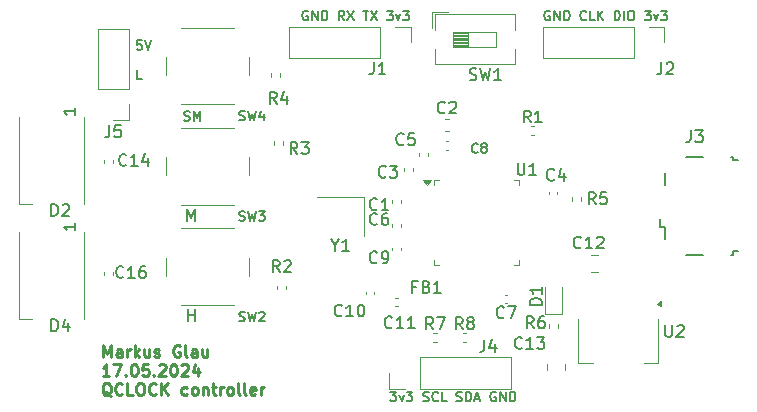
<source format=gbr>
%TF.GenerationSoftware,KiCad,Pcbnew,8.0.2-8.0.2-0~ubuntu22.04.1*%
%TF.CreationDate,2024-05-17T14:26:04+02:00*%
%TF.ProjectId,qclock,71636c6f-636b-42e6-9b69-6361645f7063,rev?*%
%TF.SameCoordinates,Original*%
%TF.FileFunction,Legend,Top*%
%TF.FilePolarity,Positive*%
%FSLAX46Y46*%
G04 Gerber Fmt 4.6, Leading zero omitted, Abs format (unit mm)*
G04 Created by KiCad (PCBNEW 8.0.2-8.0.2-0~ubuntu22.04.1) date 2024-05-17 14:26:04*
%MOMM*%
%LPD*%
G01*
G04 APERTURE LIST*
%ADD10C,0.150000*%
%ADD11C,0.250000*%
%ADD12C,0.120000*%
G04 APERTURE END LIST*
D10*
X123170112Y-75394295D02*
X122789160Y-75394295D01*
X122789160Y-75394295D02*
X122789160Y-74594295D01*
X123170112Y-72094295D02*
X122789160Y-72094295D01*
X122789160Y-72094295D02*
X122751064Y-72475247D01*
X122751064Y-72475247D02*
X122789160Y-72437152D01*
X122789160Y-72437152D02*
X122865350Y-72399057D01*
X122865350Y-72399057D02*
X123055826Y-72399057D01*
X123055826Y-72399057D02*
X123132017Y-72437152D01*
X123132017Y-72437152D02*
X123170112Y-72475247D01*
X123170112Y-72475247D02*
X123208207Y-72551438D01*
X123208207Y-72551438D02*
X123208207Y-72741914D01*
X123208207Y-72741914D02*
X123170112Y-72818104D01*
X123170112Y-72818104D02*
X123132017Y-72856200D01*
X123132017Y-72856200D02*
X123055826Y-72894295D01*
X123055826Y-72894295D02*
X122865350Y-72894295D01*
X122865350Y-72894295D02*
X122789160Y-72856200D01*
X122789160Y-72856200D02*
X122751064Y-72818104D01*
X123436779Y-72094295D02*
X123703446Y-72894295D01*
X123703446Y-72894295D02*
X123970112Y-72094295D01*
X144212969Y-101844295D02*
X144708207Y-101844295D01*
X144708207Y-101844295D02*
X144441541Y-102149057D01*
X144441541Y-102149057D02*
X144555826Y-102149057D01*
X144555826Y-102149057D02*
X144632017Y-102187152D01*
X144632017Y-102187152D02*
X144670112Y-102225247D01*
X144670112Y-102225247D02*
X144708207Y-102301438D01*
X144708207Y-102301438D02*
X144708207Y-102491914D01*
X144708207Y-102491914D02*
X144670112Y-102568104D01*
X144670112Y-102568104D02*
X144632017Y-102606200D01*
X144632017Y-102606200D02*
X144555826Y-102644295D01*
X144555826Y-102644295D02*
X144327255Y-102644295D01*
X144327255Y-102644295D02*
X144251064Y-102606200D01*
X144251064Y-102606200D02*
X144212969Y-102568104D01*
X144974874Y-102110961D02*
X145165350Y-102644295D01*
X145165350Y-102644295D02*
X145355827Y-102110961D01*
X145584398Y-101844295D02*
X146079636Y-101844295D01*
X146079636Y-101844295D02*
X145812970Y-102149057D01*
X145812970Y-102149057D02*
X145927255Y-102149057D01*
X145927255Y-102149057D02*
X146003446Y-102187152D01*
X146003446Y-102187152D02*
X146041541Y-102225247D01*
X146041541Y-102225247D02*
X146079636Y-102301438D01*
X146079636Y-102301438D02*
X146079636Y-102491914D01*
X146079636Y-102491914D02*
X146041541Y-102568104D01*
X146041541Y-102568104D02*
X146003446Y-102606200D01*
X146003446Y-102606200D02*
X145927255Y-102644295D01*
X145927255Y-102644295D02*
X145698684Y-102644295D01*
X145698684Y-102644295D02*
X145622493Y-102606200D01*
X145622493Y-102606200D02*
X145584398Y-102568104D01*
X146993922Y-102606200D02*
X147108208Y-102644295D01*
X147108208Y-102644295D02*
X147298684Y-102644295D01*
X147298684Y-102644295D02*
X147374875Y-102606200D01*
X147374875Y-102606200D02*
X147412970Y-102568104D01*
X147412970Y-102568104D02*
X147451065Y-102491914D01*
X147451065Y-102491914D02*
X147451065Y-102415723D01*
X147451065Y-102415723D02*
X147412970Y-102339533D01*
X147412970Y-102339533D02*
X147374875Y-102301438D01*
X147374875Y-102301438D02*
X147298684Y-102263342D01*
X147298684Y-102263342D02*
X147146303Y-102225247D01*
X147146303Y-102225247D02*
X147070113Y-102187152D01*
X147070113Y-102187152D02*
X147032018Y-102149057D01*
X147032018Y-102149057D02*
X146993922Y-102072866D01*
X146993922Y-102072866D02*
X146993922Y-101996676D01*
X146993922Y-101996676D02*
X147032018Y-101920485D01*
X147032018Y-101920485D02*
X147070113Y-101882390D01*
X147070113Y-101882390D02*
X147146303Y-101844295D01*
X147146303Y-101844295D02*
X147336780Y-101844295D01*
X147336780Y-101844295D02*
X147451065Y-101882390D01*
X148251066Y-102568104D02*
X148212970Y-102606200D01*
X148212970Y-102606200D02*
X148098685Y-102644295D01*
X148098685Y-102644295D02*
X148022494Y-102644295D01*
X148022494Y-102644295D02*
X147908208Y-102606200D01*
X147908208Y-102606200D02*
X147832018Y-102530009D01*
X147832018Y-102530009D02*
X147793923Y-102453819D01*
X147793923Y-102453819D02*
X147755827Y-102301438D01*
X147755827Y-102301438D02*
X147755827Y-102187152D01*
X147755827Y-102187152D02*
X147793923Y-102034771D01*
X147793923Y-102034771D02*
X147832018Y-101958580D01*
X147832018Y-101958580D02*
X147908208Y-101882390D01*
X147908208Y-101882390D02*
X148022494Y-101844295D01*
X148022494Y-101844295D02*
X148098685Y-101844295D01*
X148098685Y-101844295D02*
X148212970Y-101882390D01*
X148212970Y-101882390D02*
X148251066Y-101920485D01*
X148974875Y-102644295D02*
X148593923Y-102644295D01*
X148593923Y-102644295D02*
X148593923Y-101844295D01*
X149812970Y-102606200D02*
X149927256Y-102644295D01*
X149927256Y-102644295D02*
X150117732Y-102644295D01*
X150117732Y-102644295D02*
X150193923Y-102606200D01*
X150193923Y-102606200D02*
X150232018Y-102568104D01*
X150232018Y-102568104D02*
X150270113Y-102491914D01*
X150270113Y-102491914D02*
X150270113Y-102415723D01*
X150270113Y-102415723D02*
X150232018Y-102339533D01*
X150232018Y-102339533D02*
X150193923Y-102301438D01*
X150193923Y-102301438D02*
X150117732Y-102263342D01*
X150117732Y-102263342D02*
X149965351Y-102225247D01*
X149965351Y-102225247D02*
X149889161Y-102187152D01*
X149889161Y-102187152D02*
X149851066Y-102149057D01*
X149851066Y-102149057D02*
X149812970Y-102072866D01*
X149812970Y-102072866D02*
X149812970Y-101996676D01*
X149812970Y-101996676D02*
X149851066Y-101920485D01*
X149851066Y-101920485D02*
X149889161Y-101882390D01*
X149889161Y-101882390D02*
X149965351Y-101844295D01*
X149965351Y-101844295D02*
X150155828Y-101844295D01*
X150155828Y-101844295D02*
X150270113Y-101882390D01*
X150612971Y-102644295D02*
X150612971Y-101844295D01*
X150612971Y-101844295D02*
X150803447Y-101844295D01*
X150803447Y-101844295D02*
X150917733Y-101882390D01*
X150917733Y-101882390D02*
X150993923Y-101958580D01*
X150993923Y-101958580D02*
X151032018Y-102034771D01*
X151032018Y-102034771D02*
X151070114Y-102187152D01*
X151070114Y-102187152D02*
X151070114Y-102301438D01*
X151070114Y-102301438D02*
X151032018Y-102453819D01*
X151032018Y-102453819D02*
X150993923Y-102530009D01*
X150993923Y-102530009D02*
X150917733Y-102606200D01*
X150917733Y-102606200D02*
X150803447Y-102644295D01*
X150803447Y-102644295D02*
X150612971Y-102644295D01*
X151374875Y-102415723D02*
X151755828Y-102415723D01*
X151298685Y-102644295D02*
X151565352Y-101844295D01*
X151565352Y-101844295D02*
X151832018Y-102644295D01*
X153127256Y-101882390D02*
X153051066Y-101844295D01*
X153051066Y-101844295D02*
X152936780Y-101844295D01*
X152936780Y-101844295D02*
X152822494Y-101882390D01*
X152822494Y-101882390D02*
X152746304Y-101958580D01*
X152746304Y-101958580D02*
X152708209Y-102034771D01*
X152708209Y-102034771D02*
X152670113Y-102187152D01*
X152670113Y-102187152D02*
X152670113Y-102301438D01*
X152670113Y-102301438D02*
X152708209Y-102453819D01*
X152708209Y-102453819D02*
X152746304Y-102530009D01*
X152746304Y-102530009D02*
X152822494Y-102606200D01*
X152822494Y-102606200D02*
X152936780Y-102644295D01*
X152936780Y-102644295D02*
X153012971Y-102644295D01*
X153012971Y-102644295D02*
X153127256Y-102606200D01*
X153127256Y-102606200D02*
X153165352Y-102568104D01*
X153165352Y-102568104D02*
X153165352Y-102301438D01*
X153165352Y-102301438D02*
X153012971Y-102301438D01*
X153508209Y-102644295D02*
X153508209Y-101844295D01*
X153508209Y-101844295D02*
X153965352Y-102644295D01*
X153965352Y-102644295D02*
X153965352Y-101844295D01*
X154346304Y-102644295D02*
X154346304Y-101844295D01*
X154346304Y-101844295D02*
X154536780Y-101844295D01*
X154536780Y-101844295D02*
X154651066Y-101882390D01*
X154651066Y-101882390D02*
X154727256Y-101958580D01*
X154727256Y-101958580D02*
X154765351Y-102034771D01*
X154765351Y-102034771D02*
X154803447Y-102187152D01*
X154803447Y-102187152D02*
X154803447Y-102301438D01*
X154803447Y-102301438D02*
X154765351Y-102453819D01*
X154765351Y-102453819D02*
X154727256Y-102530009D01*
X154727256Y-102530009D02*
X154651066Y-102606200D01*
X154651066Y-102606200D02*
X154536780Y-102644295D01*
X154536780Y-102644295D02*
X154346304Y-102644295D01*
X157708207Y-69632390D02*
X157632017Y-69594295D01*
X157632017Y-69594295D02*
X157517731Y-69594295D01*
X157517731Y-69594295D02*
X157403445Y-69632390D01*
X157403445Y-69632390D02*
X157327255Y-69708580D01*
X157327255Y-69708580D02*
X157289160Y-69784771D01*
X157289160Y-69784771D02*
X157251064Y-69937152D01*
X157251064Y-69937152D02*
X157251064Y-70051438D01*
X157251064Y-70051438D02*
X157289160Y-70203819D01*
X157289160Y-70203819D02*
X157327255Y-70280009D01*
X157327255Y-70280009D02*
X157403445Y-70356200D01*
X157403445Y-70356200D02*
X157517731Y-70394295D01*
X157517731Y-70394295D02*
X157593922Y-70394295D01*
X157593922Y-70394295D02*
X157708207Y-70356200D01*
X157708207Y-70356200D02*
X157746303Y-70318104D01*
X157746303Y-70318104D02*
X157746303Y-70051438D01*
X157746303Y-70051438D02*
X157593922Y-70051438D01*
X158089160Y-70394295D02*
X158089160Y-69594295D01*
X158089160Y-69594295D02*
X158546303Y-70394295D01*
X158546303Y-70394295D02*
X158546303Y-69594295D01*
X158927255Y-70394295D02*
X158927255Y-69594295D01*
X158927255Y-69594295D02*
X159117731Y-69594295D01*
X159117731Y-69594295D02*
X159232017Y-69632390D01*
X159232017Y-69632390D02*
X159308207Y-69708580D01*
X159308207Y-69708580D02*
X159346302Y-69784771D01*
X159346302Y-69784771D02*
X159384398Y-69937152D01*
X159384398Y-69937152D02*
X159384398Y-70051438D01*
X159384398Y-70051438D02*
X159346302Y-70203819D01*
X159346302Y-70203819D02*
X159308207Y-70280009D01*
X159308207Y-70280009D02*
X159232017Y-70356200D01*
X159232017Y-70356200D02*
X159117731Y-70394295D01*
X159117731Y-70394295D02*
X158927255Y-70394295D01*
X160793922Y-70318104D02*
X160755826Y-70356200D01*
X160755826Y-70356200D02*
X160641541Y-70394295D01*
X160641541Y-70394295D02*
X160565350Y-70394295D01*
X160565350Y-70394295D02*
X160451064Y-70356200D01*
X160451064Y-70356200D02*
X160374874Y-70280009D01*
X160374874Y-70280009D02*
X160336779Y-70203819D01*
X160336779Y-70203819D02*
X160298683Y-70051438D01*
X160298683Y-70051438D02*
X160298683Y-69937152D01*
X160298683Y-69937152D02*
X160336779Y-69784771D01*
X160336779Y-69784771D02*
X160374874Y-69708580D01*
X160374874Y-69708580D02*
X160451064Y-69632390D01*
X160451064Y-69632390D02*
X160565350Y-69594295D01*
X160565350Y-69594295D02*
X160641541Y-69594295D01*
X160641541Y-69594295D02*
X160755826Y-69632390D01*
X160755826Y-69632390D02*
X160793922Y-69670485D01*
X161517731Y-70394295D02*
X161136779Y-70394295D01*
X161136779Y-70394295D02*
X161136779Y-69594295D01*
X161784398Y-70394295D02*
X161784398Y-69594295D01*
X162241541Y-70394295D02*
X161898683Y-69937152D01*
X162241541Y-69594295D02*
X161784398Y-70051438D01*
X163193922Y-70394295D02*
X163193922Y-69594295D01*
X163193922Y-69594295D02*
X163384398Y-69594295D01*
X163384398Y-69594295D02*
X163498684Y-69632390D01*
X163498684Y-69632390D02*
X163574874Y-69708580D01*
X163574874Y-69708580D02*
X163612969Y-69784771D01*
X163612969Y-69784771D02*
X163651065Y-69937152D01*
X163651065Y-69937152D02*
X163651065Y-70051438D01*
X163651065Y-70051438D02*
X163612969Y-70203819D01*
X163612969Y-70203819D02*
X163574874Y-70280009D01*
X163574874Y-70280009D02*
X163498684Y-70356200D01*
X163498684Y-70356200D02*
X163384398Y-70394295D01*
X163384398Y-70394295D02*
X163193922Y-70394295D01*
X163993922Y-70394295D02*
X163993922Y-69594295D01*
X164527255Y-69594295D02*
X164679636Y-69594295D01*
X164679636Y-69594295D02*
X164755826Y-69632390D01*
X164755826Y-69632390D02*
X164832017Y-69708580D01*
X164832017Y-69708580D02*
X164870112Y-69860961D01*
X164870112Y-69860961D02*
X164870112Y-70127628D01*
X164870112Y-70127628D02*
X164832017Y-70280009D01*
X164832017Y-70280009D02*
X164755826Y-70356200D01*
X164755826Y-70356200D02*
X164679636Y-70394295D01*
X164679636Y-70394295D02*
X164527255Y-70394295D01*
X164527255Y-70394295D02*
X164451064Y-70356200D01*
X164451064Y-70356200D02*
X164374874Y-70280009D01*
X164374874Y-70280009D02*
X164336778Y-70127628D01*
X164336778Y-70127628D02*
X164336778Y-69860961D01*
X164336778Y-69860961D02*
X164374874Y-69708580D01*
X164374874Y-69708580D02*
X164451064Y-69632390D01*
X164451064Y-69632390D02*
X164527255Y-69594295D01*
X165746302Y-69594295D02*
X166241540Y-69594295D01*
X166241540Y-69594295D02*
X165974874Y-69899057D01*
X165974874Y-69899057D02*
X166089159Y-69899057D01*
X166089159Y-69899057D02*
X166165350Y-69937152D01*
X166165350Y-69937152D02*
X166203445Y-69975247D01*
X166203445Y-69975247D02*
X166241540Y-70051438D01*
X166241540Y-70051438D02*
X166241540Y-70241914D01*
X166241540Y-70241914D02*
X166203445Y-70318104D01*
X166203445Y-70318104D02*
X166165350Y-70356200D01*
X166165350Y-70356200D02*
X166089159Y-70394295D01*
X166089159Y-70394295D02*
X165860588Y-70394295D01*
X165860588Y-70394295D02*
X165784397Y-70356200D01*
X165784397Y-70356200D02*
X165746302Y-70318104D01*
X166508207Y-69860961D02*
X166698683Y-70394295D01*
X166698683Y-70394295D02*
X166889160Y-69860961D01*
X167117731Y-69594295D02*
X167612969Y-69594295D01*
X167612969Y-69594295D02*
X167346303Y-69899057D01*
X167346303Y-69899057D02*
X167460588Y-69899057D01*
X167460588Y-69899057D02*
X167536779Y-69937152D01*
X167536779Y-69937152D02*
X167574874Y-69975247D01*
X167574874Y-69975247D02*
X167612969Y-70051438D01*
X167612969Y-70051438D02*
X167612969Y-70241914D01*
X167612969Y-70241914D02*
X167574874Y-70318104D01*
X167574874Y-70318104D02*
X167536779Y-70356200D01*
X167536779Y-70356200D02*
X167460588Y-70394295D01*
X167460588Y-70394295D02*
X167232017Y-70394295D01*
X167232017Y-70394295D02*
X167155826Y-70356200D01*
X167155826Y-70356200D02*
X167117731Y-70318104D01*
X137208207Y-69632390D02*
X137132017Y-69594295D01*
X137132017Y-69594295D02*
X137017731Y-69594295D01*
X137017731Y-69594295D02*
X136903445Y-69632390D01*
X136903445Y-69632390D02*
X136827255Y-69708580D01*
X136827255Y-69708580D02*
X136789160Y-69784771D01*
X136789160Y-69784771D02*
X136751064Y-69937152D01*
X136751064Y-69937152D02*
X136751064Y-70051438D01*
X136751064Y-70051438D02*
X136789160Y-70203819D01*
X136789160Y-70203819D02*
X136827255Y-70280009D01*
X136827255Y-70280009D02*
X136903445Y-70356200D01*
X136903445Y-70356200D02*
X137017731Y-70394295D01*
X137017731Y-70394295D02*
X137093922Y-70394295D01*
X137093922Y-70394295D02*
X137208207Y-70356200D01*
X137208207Y-70356200D02*
X137246303Y-70318104D01*
X137246303Y-70318104D02*
X137246303Y-70051438D01*
X137246303Y-70051438D02*
X137093922Y-70051438D01*
X137589160Y-70394295D02*
X137589160Y-69594295D01*
X137589160Y-69594295D02*
X138046303Y-70394295D01*
X138046303Y-70394295D02*
X138046303Y-69594295D01*
X138427255Y-70394295D02*
X138427255Y-69594295D01*
X138427255Y-69594295D02*
X138617731Y-69594295D01*
X138617731Y-69594295D02*
X138732017Y-69632390D01*
X138732017Y-69632390D02*
X138808207Y-69708580D01*
X138808207Y-69708580D02*
X138846302Y-69784771D01*
X138846302Y-69784771D02*
X138884398Y-69937152D01*
X138884398Y-69937152D02*
X138884398Y-70051438D01*
X138884398Y-70051438D02*
X138846302Y-70203819D01*
X138846302Y-70203819D02*
X138808207Y-70280009D01*
X138808207Y-70280009D02*
X138732017Y-70356200D01*
X138732017Y-70356200D02*
X138617731Y-70394295D01*
X138617731Y-70394295D02*
X138427255Y-70394295D01*
X140293922Y-70394295D02*
X140027255Y-70013342D01*
X139836779Y-70394295D02*
X139836779Y-69594295D01*
X139836779Y-69594295D02*
X140141541Y-69594295D01*
X140141541Y-69594295D02*
X140217731Y-69632390D01*
X140217731Y-69632390D02*
X140255826Y-69670485D01*
X140255826Y-69670485D02*
X140293922Y-69746676D01*
X140293922Y-69746676D02*
X140293922Y-69860961D01*
X140293922Y-69860961D02*
X140255826Y-69937152D01*
X140255826Y-69937152D02*
X140217731Y-69975247D01*
X140217731Y-69975247D02*
X140141541Y-70013342D01*
X140141541Y-70013342D02*
X139836779Y-70013342D01*
X140560588Y-69594295D02*
X141093922Y-70394295D01*
X141093922Y-69594295D02*
X140560588Y-70394295D01*
X141893922Y-69594295D02*
X142351065Y-69594295D01*
X142122493Y-70394295D02*
X142122493Y-69594295D01*
X142541541Y-69594295D02*
X143074875Y-70394295D01*
X143074875Y-69594295D02*
X142541541Y-70394295D01*
X143912970Y-69594295D02*
X144408208Y-69594295D01*
X144408208Y-69594295D02*
X144141542Y-69899057D01*
X144141542Y-69899057D02*
X144255827Y-69899057D01*
X144255827Y-69899057D02*
X144332018Y-69937152D01*
X144332018Y-69937152D02*
X144370113Y-69975247D01*
X144370113Y-69975247D02*
X144408208Y-70051438D01*
X144408208Y-70051438D02*
X144408208Y-70241914D01*
X144408208Y-70241914D02*
X144370113Y-70318104D01*
X144370113Y-70318104D02*
X144332018Y-70356200D01*
X144332018Y-70356200D02*
X144255827Y-70394295D01*
X144255827Y-70394295D02*
X144027256Y-70394295D01*
X144027256Y-70394295D02*
X143951065Y-70356200D01*
X143951065Y-70356200D02*
X143912970Y-70318104D01*
X144674875Y-69860961D02*
X144865351Y-70394295D01*
X144865351Y-70394295D02*
X145055828Y-69860961D01*
X145284399Y-69594295D02*
X145779637Y-69594295D01*
X145779637Y-69594295D02*
X145512971Y-69899057D01*
X145512971Y-69899057D02*
X145627256Y-69899057D01*
X145627256Y-69899057D02*
X145703447Y-69937152D01*
X145703447Y-69937152D02*
X145741542Y-69975247D01*
X145741542Y-69975247D02*
X145779637Y-70051438D01*
X145779637Y-70051438D02*
X145779637Y-70241914D01*
X145779637Y-70241914D02*
X145741542Y-70318104D01*
X145741542Y-70318104D02*
X145703447Y-70356200D01*
X145703447Y-70356200D02*
X145627256Y-70394295D01*
X145627256Y-70394295D02*
X145398685Y-70394295D01*
X145398685Y-70394295D02*
X145322494Y-70356200D01*
X145322494Y-70356200D02*
X145284399Y-70318104D01*
X126751064Y-78856200D02*
X126865350Y-78894295D01*
X126865350Y-78894295D02*
X127055826Y-78894295D01*
X127055826Y-78894295D02*
X127132017Y-78856200D01*
X127132017Y-78856200D02*
X127170112Y-78818104D01*
X127170112Y-78818104D02*
X127208207Y-78741914D01*
X127208207Y-78741914D02*
X127208207Y-78665723D01*
X127208207Y-78665723D02*
X127170112Y-78589533D01*
X127170112Y-78589533D02*
X127132017Y-78551438D01*
X127132017Y-78551438D02*
X127055826Y-78513342D01*
X127055826Y-78513342D02*
X126903445Y-78475247D01*
X126903445Y-78475247D02*
X126827255Y-78437152D01*
X126827255Y-78437152D02*
X126789160Y-78399057D01*
X126789160Y-78399057D02*
X126751064Y-78322866D01*
X126751064Y-78322866D02*
X126751064Y-78246676D01*
X126751064Y-78246676D02*
X126789160Y-78170485D01*
X126789160Y-78170485D02*
X126827255Y-78132390D01*
X126827255Y-78132390D02*
X126903445Y-78094295D01*
X126903445Y-78094295D02*
X127093922Y-78094295D01*
X127093922Y-78094295D02*
X127208207Y-78132390D01*
X127551065Y-78894295D02*
X127551065Y-78094295D01*
X127551065Y-78094295D02*
X127817731Y-78665723D01*
X127817731Y-78665723D02*
X128084398Y-78094295D01*
X128084398Y-78094295D02*
X128084398Y-78894295D01*
X127663220Y-87369819D02*
X127663220Y-86369819D01*
X127663220Y-86369819D02*
X127329887Y-87084104D01*
X127329887Y-87084104D02*
X126996554Y-86369819D01*
X126996554Y-86369819D02*
X126996554Y-87369819D01*
X127663220Y-95869819D02*
X127663220Y-94869819D01*
X127663220Y-95346009D02*
X127091792Y-95346009D01*
X127091792Y-95869819D02*
X127091792Y-94869819D01*
D11*
X119902568Y-98894731D02*
X119902568Y-97894731D01*
X119902568Y-97894731D02*
X120235901Y-98609016D01*
X120235901Y-98609016D02*
X120569234Y-97894731D01*
X120569234Y-97894731D02*
X120569234Y-98894731D01*
X121473996Y-98894731D02*
X121473996Y-98370921D01*
X121473996Y-98370921D02*
X121426377Y-98275683D01*
X121426377Y-98275683D02*
X121331139Y-98228064D01*
X121331139Y-98228064D02*
X121140663Y-98228064D01*
X121140663Y-98228064D02*
X121045425Y-98275683D01*
X121473996Y-98847112D02*
X121378758Y-98894731D01*
X121378758Y-98894731D02*
X121140663Y-98894731D01*
X121140663Y-98894731D02*
X121045425Y-98847112D01*
X121045425Y-98847112D02*
X120997806Y-98751873D01*
X120997806Y-98751873D02*
X120997806Y-98656635D01*
X120997806Y-98656635D02*
X121045425Y-98561397D01*
X121045425Y-98561397D02*
X121140663Y-98513778D01*
X121140663Y-98513778D02*
X121378758Y-98513778D01*
X121378758Y-98513778D02*
X121473996Y-98466159D01*
X121950187Y-98894731D02*
X121950187Y-98228064D01*
X121950187Y-98418540D02*
X121997806Y-98323302D01*
X121997806Y-98323302D02*
X122045425Y-98275683D01*
X122045425Y-98275683D02*
X122140663Y-98228064D01*
X122140663Y-98228064D02*
X122235901Y-98228064D01*
X122569235Y-98894731D02*
X122569235Y-97894731D01*
X122664473Y-98513778D02*
X122950187Y-98894731D01*
X122950187Y-98228064D02*
X122569235Y-98609016D01*
X123807330Y-98228064D02*
X123807330Y-98894731D01*
X123378759Y-98228064D02*
X123378759Y-98751873D01*
X123378759Y-98751873D02*
X123426378Y-98847112D01*
X123426378Y-98847112D02*
X123521616Y-98894731D01*
X123521616Y-98894731D02*
X123664473Y-98894731D01*
X123664473Y-98894731D02*
X123759711Y-98847112D01*
X123759711Y-98847112D02*
X123807330Y-98799492D01*
X124235902Y-98847112D02*
X124331140Y-98894731D01*
X124331140Y-98894731D02*
X124521616Y-98894731D01*
X124521616Y-98894731D02*
X124616854Y-98847112D01*
X124616854Y-98847112D02*
X124664473Y-98751873D01*
X124664473Y-98751873D02*
X124664473Y-98704254D01*
X124664473Y-98704254D02*
X124616854Y-98609016D01*
X124616854Y-98609016D02*
X124521616Y-98561397D01*
X124521616Y-98561397D02*
X124378759Y-98561397D01*
X124378759Y-98561397D02*
X124283521Y-98513778D01*
X124283521Y-98513778D02*
X124235902Y-98418540D01*
X124235902Y-98418540D02*
X124235902Y-98370921D01*
X124235902Y-98370921D02*
X124283521Y-98275683D01*
X124283521Y-98275683D02*
X124378759Y-98228064D01*
X124378759Y-98228064D02*
X124521616Y-98228064D01*
X124521616Y-98228064D02*
X124616854Y-98275683D01*
X126378759Y-97942350D02*
X126283521Y-97894731D01*
X126283521Y-97894731D02*
X126140664Y-97894731D01*
X126140664Y-97894731D02*
X125997807Y-97942350D01*
X125997807Y-97942350D02*
X125902569Y-98037588D01*
X125902569Y-98037588D02*
X125854950Y-98132826D01*
X125854950Y-98132826D02*
X125807331Y-98323302D01*
X125807331Y-98323302D02*
X125807331Y-98466159D01*
X125807331Y-98466159D02*
X125854950Y-98656635D01*
X125854950Y-98656635D02*
X125902569Y-98751873D01*
X125902569Y-98751873D02*
X125997807Y-98847112D01*
X125997807Y-98847112D02*
X126140664Y-98894731D01*
X126140664Y-98894731D02*
X126235902Y-98894731D01*
X126235902Y-98894731D02*
X126378759Y-98847112D01*
X126378759Y-98847112D02*
X126426378Y-98799492D01*
X126426378Y-98799492D02*
X126426378Y-98466159D01*
X126426378Y-98466159D02*
X126235902Y-98466159D01*
X126997807Y-98894731D02*
X126902569Y-98847112D01*
X126902569Y-98847112D02*
X126854950Y-98751873D01*
X126854950Y-98751873D02*
X126854950Y-97894731D01*
X127807331Y-98894731D02*
X127807331Y-98370921D01*
X127807331Y-98370921D02*
X127759712Y-98275683D01*
X127759712Y-98275683D02*
X127664474Y-98228064D01*
X127664474Y-98228064D02*
X127473998Y-98228064D01*
X127473998Y-98228064D02*
X127378760Y-98275683D01*
X127807331Y-98847112D02*
X127712093Y-98894731D01*
X127712093Y-98894731D02*
X127473998Y-98894731D01*
X127473998Y-98894731D02*
X127378760Y-98847112D01*
X127378760Y-98847112D02*
X127331141Y-98751873D01*
X127331141Y-98751873D02*
X127331141Y-98656635D01*
X127331141Y-98656635D02*
X127378760Y-98561397D01*
X127378760Y-98561397D02*
X127473998Y-98513778D01*
X127473998Y-98513778D02*
X127712093Y-98513778D01*
X127712093Y-98513778D02*
X127807331Y-98466159D01*
X128712093Y-98228064D02*
X128712093Y-98894731D01*
X128283522Y-98228064D02*
X128283522Y-98751873D01*
X128283522Y-98751873D02*
X128331141Y-98847112D01*
X128331141Y-98847112D02*
X128426379Y-98894731D01*
X128426379Y-98894731D02*
X128569236Y-98894731D01*
X128569236Y-98894731D02*
X128664474Y-98847112D01*
X128664474Y-98847112D02*
X128712093Y-98799492D01*
X120426377Y-100504675D02*
X119854949Y-100504675D01*
X120140663Y-100504675D02*
X120140663Y-99504675D01*
X120140663Y-99504675D02*
X120045425Y-99647532D01*
X120045425Y-99647532D02*
X119950187Y-99742770D01*
X119950187Y-99742770D02*
X119854949Y-99790389D01*
X120759711Y-99504675D02*
X121426377Y-99504675D01*
X121426377Y-99504675D02*
X120997806Y-100504675D01*
X121807330Y-100409436D02*
X121854949Y-100457056D01*
X121854949Y-100457056D02*
X121807330Y-100504675D01*
X121807330Y-100504675D02*
X121759711Y-100457056D01*
X121759711Y-100457056D02*
X121807330Y-100409436D01*
X121807330Y-100409436D02*
X121807330Y-100504675D01*
X122473996Y-99504675D02*
X122569234Y-99504675D01*
X122569234Y-99504675D02*
X122664472Y-99552294D01*
X122664472Y-99552294D02*
X122712091Y-99599913D01*
X122712091Y-99599913D02*
X122759710Y-99695151D01*
X122759710Y-99695151D02*
X122807329Y-99885627D01*
X122807329Y-99885627D02*
X122807329Y-100123722D01*
X122807329Y-100123722D02*
X122759710Y-100314198D01*
X122759710Y-100314198D02*
X122712091Y-100409436D01*
X122712091Y-100409436D02*
X122664472Y-100457056D01*
X122664472Y-100457056D02*
X122569234Y-100504675D01*
X122569234Y-100504675D02*
X122473996Y-100504675D01*
X122473996Y-100504675D02*
X122378758Y-100457056D01*
X122378758Y-100457056D02*
X122331139Y-100409436D01*
X122331139Y-100409436D02*
X122283520Y-100314198D01*
X122283520Y-100314198D02*
X122235901Y-100123722D01*
X122235901Y-100123722D02*
X122235901Y-99885627D01*
X122235901Y-99885627D02*
X122283520Y-99695151D01*
X122283520Y-99695151D02*
X122331139Y-99599913D01*
X122331139Y-99599913D02*
X122378758Y-99552294D01*
X122378758Y-99552294D02*
X122473996Y-99504675D01*
X123712091Y-99504675D02*
X123235901Y-99504675D01*
X123235901Y-99504675D02*
X123188282Y-99980865D01*
X123188282Y-99980865D02*
X123235901Y-99933246D01*
X123235901Y-99933246D02*
X123331139Y-99885627D01*
X123331139Y-99885627D02*
X123569234Y-99885627D01*
X123569234Y-99885627D02*
X123664472Y-99933246D01*
X123664472Y-99933246D02*
X123712091Y-99980865D01*
X123712091Y-99980865D02*
X123759710Y-100076103D01*
X123759710Y-100076103D02*
X123759710Y-100314198D01*
X123759710Y-100314198D02*
X123712091Y-100409436D01*
X123712091Y-100409436D02*
X123664472Y-100457056D01*
X123664472Y-100457056D02*
X123569234Y-100504675D01*
X123569234Y-100504675D02*
X123331139Y-100504675D01*
X123331139Y-100504675D02*
X123235901Y-100457056D01*
X123235901Y-100457056D02*
X123188282Y-100409436D01*
X124188282Y-100409436D02*
X124235901Y-100457056D01*
X124235901Y-100457056D02*
X124188282Y-100504675D01*
X124188282Y-100504675D02*
X124140663Y-100457056D01*
X124140663Y-100457056D02*
X124188282Y-100409436D01*
X124188282Y-100409436D02*
X124188282Y-100504675D01*
X124616853Y-99599913D02*
X124664472Y-99552294D01*
X124664472Y-99552294D02*
X124759710Y-99504675D01*
X124759710Y-99504675D02*
X124997805Y-99504675D01*
X124997805Y-99504675D02*
X125093043Y-99552294D01*
X125093043Y-99552294D02*
X125140662Y-99599913D01*
X125140662Y-99599913D02*
X125188281Y-99695151D01*
X125188281Y-99695151D02*
X125188281Y-99790389D01*
X125188281Y-99790389D02*
X125140662Y-99933246D01*
X125140662Y-99933246D02*
X124569234Y-100504675D01*
X124569234Y-100504675D02*
X125188281Y-100504675D01*
X125807329Y-99504675D02*
X125902567Y-99504675D01*
X125902567Y-99504675D02*
X125997805Y-99552294D01*
X125997805Y-99552294D02*
X126045424Y-99599913D01*
X126045424Y-99599913D02*
X126093043Y-99695151D01*
X126093043Y-99695151D02*
X126140662Y-99885627D01*
X126140662Y-99885627D02*
X126140662Y-100123722D01*
X126140662Y-100123722D02*
X126093043Y-100314198D01*
X126093043Y-100314198D02*
X126045424Y-100409436D01*
X126045424Y-100409436D02*
X125997805Y-100457056D01*
X125997805Y-100457056D02*
X125902567Y-100504675D01*
X125902567Y-100504675D02*
X125807329Y-100504675D01*
X125807329Y-100504675D02*
X125712091Y-100457056D01*
X125712091Y-100457056D02*
X125664472Y-100409436D01*
X125664472Y-100409436D02*
X125616853Y-100314198D01*
X125616853Y-100314198D02*
X125569234Y-100123722D01*
X125569234Y-100123722D02*
X125569234Y-99885627D01*
X125569234Y-99885627D02*
X125616853Y-99695151D01*
X125616853Y-99695151D02*
X125664472Y-99599913D01*
X125664472Y-99599913D02*
X125712091Y-99552294D01*
X125712091Y-99552294D02*
X125807329Y-99504675D01*
X126521615Y-99599913D02*
X126569234Y-99552294D01*
X126569234Y-99552294D02*
X126664472Y-99504675D01*
X126664472Y-99504675D02*
X126902567Y-99504675D01*
X126902567Y-99504675D02*
X126997805Y-99552294D01*
X126997805Y-99552294D02*
X127045424Y-99599913D01*
X127045424Y-99599913D02*
X127093043Y-99695151D01*
X127093043Y-99695151D02*
X127093043Y-99790389D01*
X127093043Y-99790389D02*
X127045424Y-99933246D01*
X127045424Y-99933246D02*
X126473996Y-100504675D01*
X126473996Y-100504675D02*
X127093043Y-100504675D01*
X127950186Y-99838008D02*
X127950186Y-100504675D01*
X127712091Y-99457056D02*
X127473996Y-100171341D01*
X127473996Y-100171341D02*
X128093043Y-100171341D01*
X120569234Y-102209857D02*
X120473996Y-102162238D01*
X120473996Y-102162238D02*
X120378758Y-102067000D01*
X120378758Y-102067000D02*
X120235901Y-101924142D01*
X120235901Y-101924142D02*
X120140663Y-101876523D01*
X120140663Y-101876523D02*
X120045425Y-101876523D01*
X120093044Y-102114619D02*
X119997806Y-102067000D01*
X119997806Y-102067000D02*
X119902568Y-101971761D01*
X119902568Y-101971761D02*
X119854949Y-101781285D01*
X119854949Y-101781285D02*
X119854949Y-101447952D01*
X119854949Y-101447952D02*
X119902568Y-101257476D01*
X119902568Y-101257476D02*
X119997806Y-101162238D01*
X119997806Y-101162238D02*
X120093044Y-101114619D01*
X120093044Y-101114619D02*
X120283520Y-101114619D01*
X120283520Y-101114619D02*
X120378758Y-101162238D01*
X120378758Y-101162238D02*
X120473996Y-101257476D01*
X120473996Y-101257476D02*
X120521615Y-101447952D01*
X120521615Y-101447952D02*
X120521615Y-101781285D01*
X120521615Y-101781285D02*
X120473996Y-101971761D01*
X120473996Y-101971761D02*
X120378758Y-102067000D01*
X120378758Y-102067000D02*
X120283520Y-102114619D01*
X120283520Y-102114619D02*
X120093044Y-102114619D01*
X121521615Y-102019380D02*
X121473996Y-102067000D01*
X121473996Y-102067000D02*
X121331139Y-102114619D01*
X121331139Y-102114619D02*
X121235901Y-102114619D01*
X121235901Y-102114619D02*
X121093044Y-102067000D01*
X121093044Y-102067000D02*
X120997806Y-101971761D01*
X120997806Y-101971761D02*
X120950187Y-101876523D01*
X120950187Y-101876523D02*
X120902568Y-101686047D01*
X120902568Y-101686047D02*
X120902568Y-101543190D01*
X120902568Y-101543190D02*
X120950187Y-101352714D01*
X120950187Y-101352714D02*
X120997806Y-101257476D01*
X120997806Y-101257476D02*
X121093044Y-101162238D01*
X121093044Y-101162238D02*
X121235901Y-101114619D01*
X121235901Y-101114619D02*
X121331139Y-101114619D01*
X121331139Y-101114619D02*
X121473996Y-101162238D01*
X121473996Y-101162238D02*
X121521615Y-101209857D01*
X122426377Y-102114619D02*
X121950187Y-102114619D01*
X121950187Y-102114619D02*
X121950187Y-101114619D01*
X122950187Y-101114619D02*
X123140663Y-101114619D01*
X123140663Y-101114619D02*
X123235901Y-101162238D01*
X123235901Y-101162238D02*
X123331139Y-101257476D01*
X123331139Y-101257476D02*
X123378758Y-101447952D01*
X123378758Y-101447952D02*
X123378758Y-101781285D01*
X123378758Y-101781285D02*
X123331139Y-101971761D01*
X123331139Y-101971761D02*
X123235901Y-102067000D01*
X123235901Y-102067000D02*
X123140663Y-102114619D01*
X123140663Y-102114619D02*
X122950187Y-102114619D01*
X122950187Y-102114619D02*
X122854949Y-102067000D01*
X122854949Y-102067000D02*
X122759711Y-101971761D01*
X122759711Y-101971761D02*
X122712092Y-101781285D01*
X122712092Y-101781285D02*
X122712092Y-101447952D01*
X122712092Y-101447952D02*
X122759711Y-101257476D01*
X122759711Y-101257476D02*
X122854949Y-101162238D01*
X122854949Y-101162238D02*
X122950187Y-101114619D01*
X124378758Y-102019380D02*
X124331139Y-102067000D01*
X124331139Y-102067000D02*
X124188282Y-102114619D01*
X124188282Y-102114619D02*
X124093044Y-102114619D01*
X124093044Y-102114619D02*
X123950187Y-102067000D01*
X123950187Y-102067000D02*
X123854949Y-101971761D01*
X123854949Y-101971761D02*
X123807330Y-101876523D01*
X123807330Y-101876523D02*
X123759711Y-101686047D01*
X123759711Y-101686047D02*
X123759711Y-101543190D01*
X123759711Y-101543190D02*
X123807330Y-101352714D01*
X123807330Y-101352714D02*
X123854949Y-101257476D01*
X123854949Y-101257476D02*
X123950187Y-101162238D01*
X123950187Y-101162238D02*
X124093044Y-101114619D01*
X124093044Y-101114619D02*
X124188282Y-101114619D01*
X124188282Y-101114619D02*
X124331139Y-101162238D01*
X124331139Y-101162238D02*
X124378758Y-101209857D01*
X124807330Y-102114619D02*
X124807330Y-101114619D01*
X125378758Y-102114619D02*
X124950187Y-101543190D01*
X125378758Y-101114619D02*
X124807330Y-101686047D01*
X126997806Y-102067000D02*
X126902568Y-102114619D01*
X126902568Y-102114619D02*
X126712092Y-102114619D01*
X126712092Y-102114619D02*
X126616854Y-102067000D01*
X126616854Y-102067000D02*
X126569235Y-102019380D01*
X126569235Y-102019380D02*
X126521616Y-101924142D01*
X126521616Y-101924142D02*
X126521616Y-101638428D01*
X126521616Y-101638428D02*
X126569235Y-101543190D01*
X126569235Y-101543190D02*
X126616854Y-101495571D01*
X126616854Y-101495571D02*
X126712092Y-101447952D01*
X126712092Y-101447952D02*
X126902568Y-101447952D01*
X126902568Y-101447952D02*
X126997806Y-101495571D01*
X127569235Y-102114619D02*
X127473997Y-102067000D01*
X127473997Y-102067000D02*
X127426378Y-102019380D01*
X127426378Y-102019380D02*
X127378759Y-101924142D01*
X127378759Y-101924142D02*
X127378759Y-101638428D01*
X127378759Y-101638428D02*
X127426378Y-101543190D01*
X127426378Y-101543190D02*
X127473997Y-101495571D01*
X127473997Y-101495571D02*
X127569235Y-101447952D01*
X127569235Y-101447952D02*
X127712092Y-101447952D01*
X127712092Y-101447952D02*
X127807330Y-101495571D01*
X127807330Y-101495571D02*
X127854949Y-101543190D01*
X127854949Y-101543190D02*
X127902568Y-101638428D01*
X127902568Y-101638428D02*
X127902568Y-101924142D01*
X127902568Y-101924142D02*
X127854949Y-102019380D01*
X127854949Y-102019380D02*
X127807330Y-102067000D01*
X127807330Y-102067000D02*
X127712092Y-102114619D01*
X127712092Y-102114619D02*
X127569235Y-102114619D01*
X128331140Y-101447952D02*
X128331140Y-102114619D01*
X128331140Y-101543190D02*
X128378759Y-101495571D01*
X128378759Y-101495571D02*
X128473997Y-101447952D01*
X128473997Y-101447952D02*
X128616854Y-101447952D01*
X128616854Y-101447952D02*
X128712092Y-101495571D01*
X128712092Y-101495571D02*
X128759711Y-101590809D01*
X128759711Y-101590809D02*
X128759711Y-102114619D01*
X129093045Y-101447952D02*
X129473997Y-101447952D01*
X129235902Y-101114619D02*
X129235902Y-101971761D01*
X129235902Y-101971761D02*
X129283521Y-102067000D01*
X129283521Y-102067000D02*
X129378759Y-102114619D01*
X129378759Y-102114619D02*
X129473997Y-102114619D01*
X129807331Y-102114619D02*
X129807331Y-101447952D01*
X129807331Y-101638428D02*
X129854950Y-101543190D01*
X129854950Y-101543190D02*
X129902569Y-101495571D01*
X129902569Y-101495571D02*
X129997807Y-101447952D01*
X129997807Y-101447952D02*
X130093045Y-101447952D01*
X130569236Y-102114619D02*
X130473998Y-102067000D01*
X130473998Y-102067000D02*
X130426379Y-102019380D01*
X130426379Y-102019380D02*
X130378760Y-101924142D01*
X130378760Y-101924142D02*
X130378760Y-101638428D01*
X130378760Y-101638428D02*
X130426379Y-101543190D01*
X130426379Y-101543190D02*
X130473998Y-101495571D01*
X130473998Y-101495571D02*
X130569236Y-101447952D01*
X130569236Y-101447952D02*
X130712093Y-101447952D01*
X130712093Y-101447952D02*
X130807331Y-101495571D01*
X130807331Y-101495571D02*
X130854950Y-101543190D01*
X130854950Y-101543190D02*
X130902569Y-101638428D01*
X130902569Y-101638428D02*
X130902569Y-101924142D01*
X130902569Y-101924142D02*
X130854950Y-102019380D01*
X130854950Y-102019380D02*
X130807331Y-102067000D01*
X130807331Y-102067000D02*
X130712093Y-102114619D01*
X130712093Y-102114619D02*
X130569236Y-102114619D01*
X131473998Y-102114619D02*
X131378760Y-102067000D01*
X131378760Y-102067000D02*
X131331141Y-101971761D01*
X131331141Y-101971761D02*
X131331141Y-101114619D01*
X131997808Y-102114619D02*
X131902570Y-102067000D01*
X131902570Y-102067000D02*
X131854951Y-101971761D01*
X131854951Y-101971761D02*
X131854951Y-101114619D01*
X132759713Y-102067000D02*
X132664475Y-102114619D01*
X132664475Y-102114619D02*
X132473999Y-102114619D01*
X132473999Y-102114619D02*
X132378761Y-102067000D01*
X132378761Y-102067000D02*
X132331142Y-101971761D01*
X132331142Y-101971761D02*
X132331142Y-101590809D01*
X132331142Y-101590809D02*
X132378761Y-101495571D01*
X132378761Y-101495571D02*
X132473999Y-101447952D01*
X132473999Y-101447952D02*
X132664475Y-101447952D01*
X132664475Y-101447952D02*
X132759713Y-101495571D01*
X132759713Y-101495571D02*
X132807332Y-101590809D01*
X132807332Y-101590809D02*
X132807332Y-101686047D01*
X132807332Y-101686047D02*
X132331142Y-101781285D01*
X133235904Y-102114619D02*
X133235904Y-101447952D01*
X133235904Y-101638428D02*
X133283523Y-101543190D01*
X133283523Y-101543190D02*
X133331142Y-101495571D01*
X133331142Y-101495571D02*
X133426380Y-101447952D01*
X133426380Y-101447952D02*
X133521618Y-101447952D01*
D10*
X150916667Y-75407200D02*
X151059524Y-75454819D01*
X151059524Y-75454819D02*
X151297619Y-75454819D01*
X151297619Y-75454819D02*
X151392857Y-75407200D01*
X151392857Y-75407200D02*
X151440476Y-75359580D01*
X151440476Y-75359580D02*
X151488095Y-75264342D01*
X151488095Y-75264342D02*
X151488095Y-75169104D01*
X151488095Y-75169104D02*
X151440476Y-75073866D01*
X151440476Y-75073866D02*
X151392857Y-75026247D01*
X151392857Y-75026247D02*
X151297619Y-74978628D01*
X151297619Y-74978628D02*
X151107143Y-74931009D01*
X151107143Y-74931009D02*
X151011905Y-74883390D01*
X151011905Y-74883390D02*
X150964286Y-74835771D01*
X150964286Y-74835771D02*
X150916667Y-74740533D01*
X150916667Y-74740533D02*
X150916667Y-74645295D01*
X150916667Y-74645295D02*
X150964286Y-74550057D01*
X150964286Y-74550057D02*
X151011905Y-74502438D01*
X151011905Y-74502438D02*
X151107143Y-74454819D01*
X151107143Y-74454819D02*
X151345238Y-74454819D01*
X151345238Y-74454819D02*
X151488095Y-74502438D01*
X151821429Y-74454819D02*
X152059524Y-75454819D01*
X152059524Y-75454819D02*
X152250000Y-74740533D01*
X152250000Y-74740533D02*
X152440476Y-75454819D01*
X152440476Y-75454819D02*
X152678572Y-74454819D01*
X153583333Y-75454819D02*
X153011905Y-75454819D01*
X153297619Y-75454819D02*
X153297619Y-74454819D01*
X153297619Y-74454819D02*
X153202381Y-74597676D01*
X153202381Y-74597676D02*
X153107143Y-74692914D01*
X153107143Y-74692914D02*
X153011905Y-74740533D01*
X139523809Y-89428628D02*
X139523809Y-89904819D01*
X139190476Y-88904819D02*
X139523809Y-89428628D01*
X139523809Y-89428628D02*
X139857142Y-88904819D01*
X140714285Y-89904819D02*
X140142857Y-89904819D01*
X140428571Y-89904819D02*
X140428571Y-88904819D01*
X140428571Y-88904819D02*
X140333333Y-89047676D01*
X140333333Y-89047676D02*
X140238095Y-89142914D01*
X140238095Y-89142914D02*
X140142857Y-89190533D01*
X157024819Y-94488094D02*
X156024819Y-94488094D01*
X156024819Y-94488094D02*
X156024819Y-94249999D01*
X156024819Y-94249999D02*
X156072438Y-94107142D01*
X156072438Y-94107142D02*
X156167676Y-94011904D01*
X156167676Y-94011904D02*
X156262914Y-93964285D01*
X156262914Y-93964285D02*
X156453390Y-93916666D01*
X156453390Y-93916666D02*
X156596247Y-93916666D01*
X156596247Y-93916666D02*
X156786723Y-93964285D01*
X156786723Y-93964285D02*
X156881961Y-94011904D01*
X156881961Y-94011904D02*
X156977200Y-94107142D01*
X156977200Y-94107142D02*
X157024819Y-94249999D01*
X157024819Y-94249999D02*
X157024819Y-94488094D01*
X157024819Y-92964285D02*
X157024819Y-93535713D01*
X157024819Y-93249999D02*
X156024819Y-93249999D01*
X156024819Y-93249999D02*
X156167676Y-93345237D01*
X156167676Y-93345237D02*
X156262914Y-93440475D01*
X156262914Y-93440475D02*
X156310533Y-93535713D01*
X167488095Y-96204819D02*
X167488095Y-97014342D01*
X167488095Y-97014342D02*
X167535714Y-97109580D01*
X167535714Y-97109580D02*
X167583333Y-97157200D01*
X167583333Y-97157200D02*
X167678571Y-97204819D01*
X167678571Y-97204819D02*
X167869047Y-97204819D01*
X167869047Y-97204819D02*
X167964285Y-97157200D01*
X167964285Y-97157200D02*
X168011904Y-97109580D01*
X168011904Y-97109580D02*
X168059523Y-97014342D01*
X168059523Y-97014342D02*
X168059523Y-96204819D01*
X168488095Y-96300057D02*
X168535714Y-96252438D01*
X168535714Y-96252438D02*
X168630952Y-96204819D01*
X168630952Y-96204819D02*
X168869047Y-96204819D01*
X168869047Y-96204819D02*
X168964285Y-96252438D01*
X168964285Y-96252438D02*
X169011904Y-96300057D01*
X169011904Y-96300057D02*
X169059523Y-96395295D01*
X169059523Y-96395295D02*
X169059523Y-96490533D01*
X169059523Y-96490533D02*
X169011904Y-96633390D01*
X169011904Y-96633390D02*
X168440476Y-97204819D01*
X168440476Y-97204819D02*
X169059523Y-97204819D01*
X156083333Y-79034819D02*
X155750000Y-78558628D01*
X155511905Y-79034819D02*
X155511905Y-78034819D01*
X155511905Y-78034819D02*
X155892857Y-78034819D01*
X155892857Y-78034819D02*
X155988095Y-78082438D01*
X155988095Y-78082438D02*
X156035714Y-78130057D01*
X156035714Y-78130057D02*
X156083333Y-78225295D01*
X156083333Y-78225295D02*
X156083333Y-78368152D01*
X156083333Y-78368152D02*
X156035714Y-78463390D01*
X156035714Y-78463390D02*
X155988095Y-78511009D01*
X155988095Y-78511009D02*
X155892857Y-78558628D01*
X155892857Y-78558628D02*
X155511905Y-78558628D01*
X157035714Y-79034819D02*
X156464286Y-79034819D01*
X156750000Y-79034819D02*
X156750000Y-78034819D01*
X156750000Y-78034819D02*
X156654762Y-78177676D01*
X156654762Y-78177676D02*
X156559524Y-78272914D01*
X156559524Y-78272914D02*
X156464286Y-78320533D01*
X143833333Y-83609580D02*
X143785714Y-83657200D01*
X143785714Y-83657200D02*
X143642857Y-83704819D01*
X143642857Y-83704819D02*
X143547619Y-83704819D01*
X143547619Y-83704819D02*
X143404762Y-83657200D01*
X143404762Y-83657200D02*
X143309524Y-83561961D01*
X143309524Y-83561961D02*
X143261905Y-83466723D01*
X143261905Y-83466723D02*
X143214286Y-83276247D01*
X143214286Y-83276247D02*
X143214286Y-83133390D01*
X143214286Y-83133390D02*
X143261905Y-82942914D01*
X143261905Y-82942914D02*
X143309524Y-82847676D01*
X143309524Y-82847676D02*
X143404762Y-82752438D01*
X143404762Y-82752438D02*
X143547619Y-82704819D01*
X143547619Y-82704819D02*
X143642857Y-82704819D01*
X143642857Y-82704819D02*
X143785714Y-82752438D01*
X143785714Y-82752438D02*
X143833333Y-82800057D01*
X144166667Y-82704819D02*
X144785714Y-82704819D01*
X144785714Y-82704819D02*
X144452381Y-83085771D01*
X144452381Y-83085771D02*
X144595238Y-83085771D01*
X144595238Y-83085771D02*
X144690476Y-83133390D01*
X144690476Y-83133390D02*
X144738095Y-83181009D01*
X144738095Y-83181009D02*
X144785714Y-83276247D01*
X144785714Y-83276247D02*
X144785714Y-83514342D01*
X144785714Y-83514342D02*
X144738095Y-83609580D01*
X144738095Y-83609580D02*
X144690476Y-83657200D01*
X144690476Y-83657200D02*
X144595238Y-83704819D01*
X144595238Y-83704819D02*
X144309524Y-83704819D01*
X144309524Y-83704819D02*
X144214286Y-83657200D01*
X144214286Y-83657200D02*
X144166667Y-83609580D01*
X161583333Y-85954819D02*
X161250000Y-85478628D01*
X161011905Y-85954819D02*
X161011905Y-84954819D01*
X161011905Y-84954819D02*
X161392857Y-84954819D01*
X161392857Y-84954819D02*
X161488095Y-85002438D01*
X161488095Y-85002438D02*
X161535714Y-85050057D01*
X161535714Y-85050057D02*
X161583333Y-85145295D01*
X161583333Y-85145295D02*
X161583333Y-85288152D01*
X161583333Y-85288152D02*
X161535714Y-85383390D01*
X161535714Y-85383390D02*
X161488095Y-85431009D01*
X161488095Y-85431009D02*
X161392857Y-85478628D01*
X161392857Y-85478628D02*
X161011905Y-85478628D01*
X162488095Y-84954819D02*
X162011905Y-84954819D01*
X162011905Y-84954819D02*
X161964286Y-85431009D01*
X161964286Y-85431009D02*
X162011905Y-85383390D01*
X162011905Y-85383390D02*
X162107143Y-85335771D01*
X162107143Y-85335771D02*
X162345238Y-85335771D01*
X162345238Y-85335771D02*
X162440476Y-85383390D01*
X162440476Y-85383390D02*
X162488095Y-85431009D01*
X162488095Y-85431009D02*
X162535714Y-85526247D01*
X162535714Y-85526247D02*
X162535714Y-85764342D01*
X162535714Y-85764342D02*
X162488095Y-85859580D01*
X162488095Y-85859580D02*
X162440476Y-85907200D01*
X162440476Y-85907200D02*
X162345238Y-85954819D01*
X162345238Y-85954819D02*
X162107143Y-85954819D01*
X162107143Y-85954819D02*
X162011905Y-85907200D01*
X162011905Y-85907200D02*
X161964286Y-85859580D01*
X143083333Y-87609580D02*
X143035714Y-87657200D01*
X143035714Y-87657200D02*
X142892857Y-87704819D01*
X142892857Y-87704819D02*
X142797619Y-87704819D01*
X142797619Y-87704819D02*
X142654762Y-87657200D01*
X142654762Y-87657200D02*
X142559524Y-87561961D01*
X142559524Y-87561961D02*
X142511905Y-87466723D01*
X142511905Y-87466723D02*
X142464286Y-87276247D01*
X142464286Y-87276247D02*
X142464286Y-87133390D01*
X142464286Y-87133390D02*
X142511905Y-86942914D01*
X142511905Y-86942914D02*
X142559524Y-86847676D01*
X142559524Y-86847676D02*
X142654762Y-86752438D01*
X142654762Y-86752438D02*
X142797619Y-86704819D01*
X142797619Y-86704819D02*
X142892857Y-86704819D01*
X142892857Y-86704819D02*
X143035714Y-86752438D01*
X143035714Y-86752438D02*
X143083333Y-86800057D01*
X143940476Y-86704819D02*
X143750000Y-86704819D01*
X143750000Y-86704819D02*
X143654762Y-86752438D01*
X143654762Y-86752438D02*
X143607143Y-86800057D01*
X143607143Y-86800057D02*
X143511905Y-86942914D01*
X143511905Y-86942914D02*
X143464286Y-87133390D01*
X143464286Y-87133390D02*
X143464286Y-87514342D01*
X143464286Y-87514342D02*
X143511905Y-87609580D01*
X143511905Y-87609580D02*
X143559524Y-87657200D01*
X143559524Y-87657200D02*
X143654762Y-87704819D01*
X143654762Y-87704819D02*
X143845238Y-87704819D01*
X143845238Y-87704819D02*
X143940476Y-87657200D01*
X143940476Y-87657200D02*
X143988095Y-87609580D01*
X143988095Y-87609580D02*
X144035714Y-87514342D01*
X144035714Y-87514342D02*
X144035714Y-87276247D01*
X144035714Y-87276247D02*
X143988095Y-87181009D01*
X143988095Y-87181009D02*
X143940476Y-87133390D01*
X143940476Y-87133390D02*
X143845238Y-87085771D01*
X143845238Y-87085771D02*
X143654762Y-87085771D01*
X143654762Y-87085771D02*
X143559524Y-87133390D01*
X143559524Y-87133390D02*
X143511905Y-87181009D01*
X143511905Y-87181009D02*
X143464286Y-87276247D01*
X143083333Y-86359580D02*
X143035714Y-86407200D01*
X143035714Y-86407200D02*
X142892857Y-86454819D01*
X142892857Y-86454819D02*
X142797619Y-86454819D01*
X142797619Y-86454819D02*
X142654762Y-86407200D01*
X142654762Y-86407200D02*
X142559524Y-86311961D01*
X142559524Y-86311961D02*
X142511905Y-86216723D01*
X142511905Y-86216723D02*
X142464286Y-86026247D01*
X142464286Y-86026247D02*
X142464286Y-85883390D01*
X142464286Y-85883390D02*
X142511905Y-85692914D01*
X142511905Y-85692914D02*
X142559524Y-85597676D01*
X142559524Y-85597676D02*
X142654762Y-85502438D01*
X142654762Y-85502438D02*
X142797619Y-85454819D01*
X142797619Y-85454819D02*
X142892857Y-85454819D01*
X142892857Y-85454819D02*
X143035714Y-85502438D01*
X143035714Y-85502438D02*
X143083333Y-85550057D01*
X144035714Y-86454819D02*
X143464286Y-86454819D01*
X143750000Y-86454819D02*
X143750000Y-85454819D01*
X143750000Y-85454819D02*
X143654762Y-85597676D01*
X143654762Y-85597676D02*
X143559524Y-85692914D01*
X143559524Y-85692914D02*
X143464286Y-85740533D01*
X134833333Y-91704819D02*
X134500000Y-91228628D01*
X134261905Y-91704819D02*
X134261905Y-90704819D01*
X134261905Y-90704819D02*
X134642857Y-90704819D01*
X134642857Y-90704819D02*
X134738095Y-90752438D01*
X134738095Y-90752438D02*
X134785714Y-90800057D01*
X134785714Y-90800057D02*
X134833333Y-90895295D01*
X134833333Y-90895295D02*
X134833333Y-91038152D01*
X134833333Y-91038152D02*
X134785714Y-91133390D01*
X134785714Y-91133390D02*
X134738095Y-91181009D01*
X134738095Y-91181009D02*
X134642857Y-91228628D01*
X134642857Y-91228628D02*
X134261905Y-91228628D01*
X135214286Y-90800057D02*
X135261905Y-90752438D01*
X135261905Y-90752438D02*
X135357143Y-90704819D01*
X135357143Y-90704819D02*
X135595238Y-90704819D01*
X135595238Y-90704819D02*
X135690476Y-90752438D01*
X135690476Y-90752438D02*
X135738095Y-90800057D01*
X135738095Y-90800057D02*
X135785714Y-90895295D01*
X135785714Y-90895295D02*
X135785714Y-90990533D01*
X135785714Y-90990533D02*
X135738095Y-91133390D01*
X135738095Y-91133390D02*
X135166667Y-91704819D01*
X135166667Y-91704819D02*
X135785714Y-91704819D01*
X121857142Y-82609580D02*
X121809523Y-82657200D01*
X121809523Y-82657200D02*
X121666666Y-82704819D01*
X121666666Y-82704819D02*
X121571428Y-82704819D01*
X121571428Y-82704819D02*
X121428571Y-82657200D01*
X121428571Y-82657200D02*
X121333333Y-82561961D01*
X121333333Y-82561961D02*
X121285714Y-82466723D01*
X121285714Y-82466723D02*
X121238095Y-82276247D01*
X121238095Y-82276247D02*
X121238095Y-82133390D01*
X121238095Y-82133390D02*
X121285714Y-81942914D01*
X121285714Y-81942914D02*
X121333333Y-81847676D01*
X121333333Y-81847676D02*
X121428571Y-81752438D01*
X121428571Y-81752438D02*
X121571428Y-81704819D01*
X121571428Y-81704819D02*
X121666666Y-81704819D01*
X121666666Y-81704819D02*
X121809523Y-81752438D01*
X121809523Y-81752438D02*
X121857142Y-81800057D01*
X122809523Y-82704819D02*
X122238095Y-82704819D01*
X122523809Y-82704819D02*
X122523809Y-81704819D01*
X122523809Y-81704819D02*
X122428571Y-81847676D01*
X122428571Y-81847676D02*
X122333333Y-81942914D01*
X122333333Y-81942914D02*
X122238095Y-81990533D01*
X123666666Y-82038152D02*
X123666666Y-82704819D01*
X123428571Y-81657200D02*
X123190476Y-82371485D01*
X123190476Y-82371485D02*
X123809523Y-82371485D01*
X169666666Y-79704819D02*
X169666666Y-80419104D01*
X169666666Y-80419104D02*
X169619047Y-80561961D01*
X169619047Y-80561961D02*
X169523809Y-80657200D01*
X169523809Y-80657200D02*
X169380952Y-80704819D01*
X169380952Y-80704819D02*
X169285714Y-80704819D01*
X170047619Y-79704819D02*
X170666666Y-79704819D01*
X170666666Y-79704819D02*
X170333333Y-80085771D01*
X170333333Y-80085771D02*
X170476190Y-80085771D01*
X170476190Y-80085771D02*
X170571428Y-80133390D01*
X170571428Y-80133390D02*
X170619047Y-80181009D01*
X170619047Y-80181009D02*
X170666666Y-80276247D01*
X170666666Y-80276247D02*
X170666666Y-80514342D01*
X170666666Y-80514342D02*
X170619047Y-80609580D01*
X170619047Y-80609580D02*
X170571428Y-80657200D01*
X170571428Y-80657200D02*
X170476190Y-80704819D01*
X170476190Y-80704819D02*
X170190476Y-80704819D01*
X170190476Y-80704819D02*
X170095238Y-80657200D01*
X170095238Y-80657200D02*
X170047619Y-80609580D01*
X142786666Y-73954819D02*
X142786666Y-74669104D01*
X142786666Y-74669104D02*
X142739047Y-74811961D01*
X142739047Y-74811961D02*
X142643809Y-74907200D01*
X142643809Y-74907200D02*
X142500952Y-74954819D01*
X142500952Y-74954819D02*
X142405714Y-74954819D01*
X143786666Y-74954819D02*
X143215238Y-74954819D01*
X143500952Y-74954819D02*
X143500952Y-73954819D01*
X143500952Y-73954819D02*
X143405714Y-74097676D01*
X143405714Y-74097676D02*
X143310476Y-74192914D01*
X143310476Y-74192914D02*
X143215238Y-74240533D01*
X154988095Y-82454819D02*
X154988095Y-83264342D01*
X154988095Y-83264342D02*
X155035714Y-83359580D01*
X155035714Y-83359580D02*
X155083333Y-83407200D01*
X155083333Y-83407200D02*
X155178571Y-83454819D01*
X155178571Y-83454819D02*
X155369047Y-83454819D01*
X155369047Y-83454819D02*
X155464285Y-83407200D01*
X155464285Y-83407200D02*
X155511904Y-83359580D01*
X155511904Y-83359580D02*
X155559523Y-83264342D01*
X155559523Y-83264342D02*
X155559523Y-82454819D01*
X156559523Y-83454819D02*
X155988095Y-83454819D01*
X156273809Y-83454819D02*
X156273809Y-82454819D01*
X156273809Y-82454819D02*
X156178571Y-82597676D01*
X156178571Y-82597676D02*
X156083333Y-82692914D01*
X156083333Y-82692914D02*
X155988095Y-82740533D01*
X153833333Y-95519580D02*
X153785714Y-95567200D01*
X153785714Y-95567200D02*
X153642857Y-95614819D01*
X153642857Y-95614819D02*
X153547619Y-95614819D01*
X153547619Y-95614819D02*
X153404762Y-95567200D01*
X153404762Y-95567200D02*
X153309524Y-95471961D01*
X153309524Y-95471961D02*
X153261905Y-95376723D01*
X153261905Y-95376723D02*
X153214286Y-95186247D01*
X153214286Y-95186247D02*
X153214286Y-95043390D01*
X153214286Y-95043390D02*
X153261905Y-94852914D01*
X153261905Y-94852914D02*
X153309524Y-94757676D01*
X153309524Y-94757676D02*
X153404762Y-94662438D01*
X153404762Y-94662438D02*
X153547619Y-94614819D01*
X153547619Y-94614819D02*
X153642857Y-94614819D01*
X153642857Y-94614819D02*
X153785714Y-94662438D01*
X153785714Y-94662438D02*
X153833333Y-94710057D01*
X154166667Y-94614819D02*
X154833333Y-94614819D01*
X154833333Y-94614819D02*
X154404762Y-95614819D01*
X147833333Y-96534819D02*
X147500000Y-96058628D01*
X147261905Y-96534819D02*
X147261905Y-95534819D01*
X147261905Y-95534819D02*
X147642857Y-95534819D01*
X147642857Y-95534819D02*
X147738095Y-95582438D01*
X147738095Y-95582438D02*
X147785714Y-95630057D01*
X147785714Y-95630057D02*
X147833333Y-95725295D01*
X147833333Y-95725295D02*
X147833333Y-95868152D01*
X147833333Y-95868152D02*
X147785714Y-95963390D01*
X147785714Y-95963390D02*
X147738095Y-96011009D01*
X147738095Y-96011009D02*
X147642857Y-96058628D01*
X147642857Y-96058628D02*
X147261905Y-96058628D01*
X148166667Y-95534819D02*
X148833333Y-95534819D01*
X148833333Y-95534819D02*
X148404762Y-96534819D01*
X143083333Y-90859580D02*
X143035714Y-90907200D01*
X143035714Y-90907200D02*
X142892857Y-90954819D01*
X142892857Y-90954819D02*
X142797619Y-90954819D01*
X142797619Y-90954819D02*
X142654762Y-90907200D01*
X142654762Y-90907200D02*
X142559524Y-90811961D01*
X142559524Y-90811961D02*
X142511905Y-90716723D01*
X142511905Y-90716723D02*
X142464286Y-90526247D01*
X142464286Y-90526247D02*
X142464286Y-90383390D01*
X142464286Y-90383390D02*
X142511905Y-90192914D01*
X142511905Y-90192914D02*
X142559524Y-90097676D01*
X142559524Y-90097676D02*
X142654762Y-90002438D01*
X142654762Y-90002438D02*
X142797619Y-89954819D01*
X142797619Y-89954819D02*
X142892857Y-89954819D01*
X142892857Y-89954819D02*
X143035714Y-90002438D01*
X143035714Y-90002438D02*
X143083333Y-90050057D01*
X143559524Y-90954819D02*
X143750000Y-90954819D01*
X143750000Y-90954819D02*
X143845238Y-90907200D01*
X143845238Y-90907200D02*
X143892857Y-90859580D01*
X143892857Y-90859580D02*
X143988095Y-90716723D01*
X143988095Y-90716723D02*
X144035714Y-90526247D01*
X144035714Y-90526247D02*
X144035714Y-90145295D01*
X144035714Y-90145295D02*
X143988095Y-90050057D01*
X143988095Y-90050057D02*
X143940476Y-90002438D01*
X143940476Y-90002438D02*
X143845238Y-89954819D01*
X143845238Y-89954819D02*
X143654762Y-89954819D01*
X143654762Y-89954819D02*
X143559524Y-90002438D01*
X143559524Y-90002438D02*
X143511905Y-90050057D01*
X143511905Y-90050057D02*
X143464286Y-90145295D01*
X143464286Y-90145295D02*
X143464286Y-90383390D01*
X143464286Y-90383390D02*
X143511905Y-90478628D01*
X143511905Y-90478628D02*
X143559524Y-90526247D01*
X143559524Y-90526247D02*
X143654762Y-90573866D01*
X143654762Y-90573866D02*
X143845238Y-90573866D01*
X143845238Y-90573866D02*
X143940476Y-90526247D01*
X143940476Y-90526247D02*
X143988095Y-90478628D01*
X143988095Y-90478628D02*
X144035714Y-90383390D01*
X134583333Y-77454819D02*
X134250000Y-76978628D01*
X134011905Y-77454819D02*
X134011905Y-76454819D01*
X134011905Y-76454819D02*
X134392857Y-76454819D01*
X134392857Y-76454819D02*
X134488095Y-76502438D01*
X134488095Y-76502438D02*
X134535714Y-76550057D01*
X134535714Y-76550057D02*
X134583333Y-76645295D01*
X134583333Y-76645295D02*
X134583333Y-76788152D01*
X134583333Y-76788152D02*
X134535714Y-76883390D01*
X134535714Y-76883390D02*
X134488095Y-76931009D01*
X134488095Y-76931009D02*
X134392857Y-76978628D01*
X134392857Y-76978628D02*
X134011905Y-76978628D01*
X135440476Y-76788152D02*
X135440476Y-77454819D01*
X135202381Y-76407200D02*
X134964286Y-77121485D01*
X134964286Y-77121485D02*
X135583333Y-77121485D01*
X120416666Y-79284819D02*
X120416666Y-79999104D01*
X120416666Y-79999104D02*
X120369047Y-80141961D01*
X120369047Y-80141961D02*
X120273809Y-80237200D01*
X120273809Y-80237200D02*
X120130952Y-80284819D01*
X120130952Y-80284819D02*
X120035714Y-80284819D01*
X121369047Y-79284819D02*
X120892857Y-79284819D01*
X120892857Y-79284819D02*
X120845238Y-79761009D01*
X120845238Y-79761009D02*
X120892857Y-79713390D01*
X120892857Y-79713390D02*
X120988095Y-79665771D01*
X120988095Y-79665771D02*
X121226190Y-79665771D01*
X121226190Y-79665771D02*
X121321428Y-79713390D01*
X121321428Y-79713390D02*
X121369047Y-79761009D01*
X121369047Y-79761009D02*
X121416666Y-79856247D01*
X121416666Y-79856247D02*
X121416666Y-80094342D01*
X121416666Y-80094342D02*
X121369047Y-80189580D01*
X121369047Y-80189580D02*
X121321428Y-80237200D01*
X121321428Y-80237200D02*
X121226190Y-80284819D01*
X121226190Y-80284819D02*
X120988095Y-80284819D01*
X120988095Y-80284819D02*
X120892857Y-80237200D01*
X120892857Y-80237200D02*
X120845238Y-80189580D01*
X131433332Y-78824200D02*
X131547618Y-78862295D01*
X131547618Y-78862295D02*
X131738094Y-78862295D01*
X131738094Y-78862295D02*
X131814285Y-78824200D01*
X131814285Y-78824200D02*
X131852380Y-78786104D01*
X131852380Y-78786104D02*
X131890475Y-78709914D01*
X131890475Y-78709914D02*
X131890475Y-78633723D01*
X131890475Y-78633723D02*
X131852380Y-78557533D01*
X131852380Y-78557533D02*
X131814285Y-78519438D01*
X131814285Y-78519438D02*
X131738094Y-78481342D01*
X131738094Y-78481342D02*
X131585713Y-78443247D01*
X131585713Y-78443247D02*
X131509523Y-78405152D01*
X131509523Y-78405152D02*
X131471428Y-78367057D01*
X131471428Y-78367057D02*
X131433332Y-78290866D01*
X131433332Y-78290866D02*
X131433332Y-78214676D01*
X131433332Y-78214676D02*
X131471428Y-78138485D01*
X131471428Y-78138485D02*
X131509523Y-78100390D01*
X131509523Y-78100390D02*
X131585713Y-78062295D01*
X131585713Y-78062295D02*
X131776190Y-78062295D01*
X131776190Y-78062295D02*
X131890475Y-78100390D01*
X132157142Y-78062295D02*
X132347618Y-78862295D01*
X132347618Y-78862295D02*
X132499999Y-78290866D01*
X132499999Y-78290866D02*
X132652380Y-78862295D01*
X132652380Y-78862295D02*
X132842857Y-78062295D01*
X133490476Y-78328961D02*
X133490476Y-78862295D01*
X133300000Y-78024200D02*
X133109523Y-78595628D01*
X133109523Y-78595628D02*
X133604762Y-78595628D01*
X140107142Y-95359580D02*
X140059523Y-95407200D01*
X140059523Y-95407200D02*
X139916666Y-95454819D01*
X139916666Y-95454819D02*
X139821428Y-95454819D01*
X139821428Y-95454819D02*
X139678571Y-95407200D01*
X139678571Y-95407200D02*
X139583333Y-95311961D01*
X139583333Y-95311961D02*
X139535714Y-95216723D01*
X139535714Y-95216723D02*
X139488095Y-95026247D01*
X139488095Y-95026247D02*
X139488095Y-94883390D01*
X139488095Y-94883390D02*
X139535714Y-94692914D01*
X139535714Y-94692914D02*
X139583333Y-94597676D01*
X139583333Y-94597676D02*
X139678571Y-94502438D01*
X139678571Y-94502438D02*
X139821428Y-94454819D01*
X139821428Y-94454819D02*
X139916666Y-94454819D01*
X139916666Y-94454819D02*
X140059523Y-94502438D01*
X140059523Y-94502438D02*
X140107142Y-94550057D01*
X141059523Y-95454819D02*
X140488095Y-95454819D01*
X140773809Y-95454819D02*
X140773809Y-94454819D01*
X140773809Y-94454819D02*
X140678571Y-94597676D01*
X140678571Y-94597676D02*
X140583333Y-94692914D01*
X140583333Y-94692914D02*
X140488095Y-94740533D01*
X141678571Y-94454819D02*
X141773809Y-94454819D01*
X141773809Y-94454819D02*
X141869047Y-94502438D01*
X141869047Y-94502438D02*
X141916666Y-94550057D01*
X141916666Y-94550057D02*
X141964285Y-94645295D01*
X141964285Y-94645295D02*
X142011904Y-94835771D01*
X142011904Y-94835771D02*
X142011904Y-95073866D01*
X142011904Y-95073866D02*
X141964285Y-95264342D01*
X141964285Y-95264342D02*
X141916666Y-95359580D01*
X141916666Y-95359580D02*
X141869047Y-95407200D01*
X141869047Y-95407200D02*
X141773809Y-95454819D01*
X141773809Y-95454819D02*
X141678571Y-95454819D01*
X141678571Y-95454819D02*
X141583333Y-95407200D01*
X141583333Y-95407200D02*
X141535714Y-95359580D01*
X141535714Y-95359580D02*
X141488095Y-95264342D01*
X141488095Y-95264342D02*
X141440476Y-95073866D01*
X141440476Y-95073866D02*
X141440476Y-94835771D01*
X141440476Y-94835771D02*
X141488095Y-94645295D01*
X141488095Y-94645295D02*
X141535714Y-94550057D01*
X141535714Y-94550057D02*
X141583333Y-94502438D01*
X141583333Y-94502438D02*
X141678571Y-94454819D01*
X131433332Y-95824200D02*
X131547618Y-95862295D01*
X131547618Y-95862295D02*
X131738094Y-95862295D01*
X131738094Y-95862295D02*
X131814285Y-95824200D01*
X131814285Y-95824200D02*
X131852380Y-95786104D01*
X131852380Y-95786104D02*
X131890475Y-95709914D01*
X131890475Y-95709914D02*
X131890475Y-95633723D01*
X131890475Y-95633723D02*
X131852380Y-95557533D01*
X131852380Y-95557533D02*
X131814285Y-95519438D01*
X131814285Y-95519438D02*
X131738094Y-95481342D01*
X131738094Y-95481342D02*
X131585713Y-95443247D01*
X131585713Y-95443247D02*
X131509523Y-95405152D01*
X131509523Y-95405152D02*
X131471428Y-95367057D01*
X131471428Y-95367057D02*
X131433332Y-95290866D01*
X131433332Y-95290866D02*
X131433332Y-95214676D01*
X131433332Y-95214676D02*
X131471428Y-95138485D01*
X131471428Y-95138485D02*
X131509523Y-95100390D01*
X131509523Y-95100390D02*
X131585713Y-95062295D01*
X131585713Y-95062295D02*
X131776190Y-95062295D01*
X131776190Y-95062295D02*
X131890475Y-95100390D01*
X132157142Y-95062295D02*
X132347618Y-95862295D01*
X132347618Y-95862295D02*
X132499999Y-95290866D01*
X132499999Y-95290866D02*
X132652380Y-95862295D01*
X132652380Y-95862295D02*
X132842857Y-95062295D01*
X133109523Y-95138485D02*
X133147619Y-95100390D01*
X133147619Y-95100390D02*
X133223809Y-95062295D01*
X133223809Y-95062295D02*
X133414285Y-95062295D01*
X133414285Y-95062295D02*
X133490476Y-95100390D01*
X133490476Y-95100390D02*
X133528571Y-95138485D01*
X133528571Y-95138485D02*
X133566666Y-95214676D01*
X133566666Y-95214676D02*
X133566666Y-95290866D01*
X133566666Y-95290866D02*
X133528571Y-95405152D01*
X133528571Y-95405152D02*
X133071428Y-95862295D01*
X133071428Y-95862295D02*
X133566666Y-95862295D01*
X144357142Y-96359580D02*
X144309523Y-96407200D01*
X144309523Y-96407200D02*
X144166666Y-96454819D01*
X144166666Y-96454819D02*
X144071428Y-96454819D01*
X144071428Y-96454819D02*
X143928571Y-96407200D01*
X143928571Y-96407200D02*
X143833333Y-96311961D01*
X143833333Y-96311961D02*
X143785714Y-96216723D01*
X143785714Y-96216723D02*
X143738095Y-96026247D01*
X143738095Y-96026247D02*
X143738095Y-95883390D01*
X143738095Y-95883390D02*
X143785714Y-95692914D01*
X143785714Y-95692914D02*
X143833333Y-95597676D01*
X143833333Y-95597676D02*
X143928571Y-95502438D01*
X143928571Y-95502438D02*
X144071428Y-95454819D01*
X144071428Y-95454819D02*
X144166666Y-95454819D01*
X144166666Y-95454819D02*
X144309523Y-95502438D01*
X144309523Y-95502438D02*
X144357142Y-95550057D01*
X145309523Y-96454819D02*
X144738095Y-96454819D01*
X145023809Y-96454819D02*
X145023809Y-95454819D01*
X145023809Y-95454819D02*
X144928571Y-95597676D01*
X144928571Y-95597676D02*
X144833333Y-95692914D01*
X144833333Y-95692914D02*
X144738095Y-95740533D01*
X146261904Y-96454819D02*
X145690476Y-96454819D01*
X145976190Y-96454819D02*
X145976190Y-95454819D01*
X145976190Y-95454819D02*
X145880952Y-95597676D01*
X145880952Y-95597676D02*
X145785714Y-95692914D01*
X145785714Y-95692914D02*
X145690476Y-95740533D01*
X131433332Y-87324200D02*
X131547618Y-87362295D01*
X131547618Y-87362295D02*
X131738094Y-87362295D01*
X131738094Y-87362295D02*
X131814285Y-87324200D01*
X131814285Y-87324200D02*
X131852380Y-87286104D01*
X131852380Y-87286104D02*
X131890475Y-87209914D01*
X131890475Y-87209914D02*
X131890475Y-87133723D01*
X131890475Y-87133723D02*
X131852380Y-87057533D01*
X131852380Y-87057533D02*
X131814285Y-87019438D01*
X131814285Y-87019438D02*
X131738094Y-86981342D01*
X131738094Y-86981342D02*
X131585713Y-86943247D01*
X131585713Y-86943247D02*
X131509523Y-86905152D01*
X131509523Y-86905152D02*
X131471428Y-86867057D01*
X131471428Y-86867057D02*
X131433332Y-86790866D01*
X131433332Y-86790866D02*
X131433332Y-86714676D01*
X131433332Y-86714676D02*
X131471428Y-86638485D01*
X131471428Y-86638485D02*
X131509523Y-86600390D01*
X131509523Y-86600390D02*
X131585713Y-86562295D01*
X131585713Y-86562295D02*
X131776190Y-86562295D01*
X131776190Y-86562295D02*
X131890475Y-86600390D01*
X132157142Y-86562295D02*
X132347618Y-87362295D01*
X132347618Y-87362295D02*
X132499999Y-86790866D01*
X132499999Y-86790866D02*
X132652380Y-87362295D01*
X132652380Y-87362295D02*
X132842857Y-86562295D01*
X133071428Y-86562295D02*
X133566666Y-86562295D01*
X133566666Y-86562295D02*
X133300000Y-86867057D01*
X133300000Y-86867057D02*
X133414285Y-86867057D01*
X133414285Y-86867057D02*
X133490476Y-86905152D01*
X133490476Y-86905152D02*
X133528571Y-86943247D01*
X133528571Y-86943247D02*
X133566666Y-87019438D01*
X133566666Y-87019438D02*
X133566666Y-87209914D01*
X133566666Y-87209914D02*
X133528571Y-87286104D01*
X133528571Y-87286104D02*
X133490476Y-87324200D01*
X133490476Y-87324200D02*
X133414285Y-87362295D01*
X133414285Y-87362295D02*
X133185714Y-87362295D01*
X133185714Y-87362295D02*
X133109523Y-87324200D01*
X133109523Y-87324200D02*
X133071428Y-87286104D01*
X121607142Y-92109580D02*
X121559523Y-92157200D01*
X121559523Y-92157200D02*
X121416666Y-92204819D01*
X121416666Y-92204819D02*
X121321428Y-92204819D01*
X121321428Y-92204819D02*
X121178571Y-92157200D01*
X121178571Y-92157200D02*
X121083333Y-92061961D01*
X121083333Y-92061961D02*
X121035714Y-91966723D01*
X121035714Y-91966723D02*
X120988095Y-91776247D01*
X120988095Y-91776247D02*
X120988095Y-91633390D01*
X120988095Y-91633390D02*
X121035714Y-91442914D01*
X121035714Y-91442914D02*
X121083333Y-91347676D01*
X121083333Y-91347676D02*
X121178571Y-91252438D01*
X121178571Y-91252438D02*
X121321428Y-91204819D01*
X121321428Y-91204819D02*
X121416666Y-91204819D01*
X121416666Y-91204819D02*
X121559523Y-91252438D01*
X121559523Y-91252438D02*
X121607142Y-91300057D01*
X122559523Y-92204819D02*
X121988095Y-92204819D01*
X122273809Y-92204819D02*
X122273809Y-91204819D01*
X122273809Y-91204819D02*
X122178571Y-91347676D01*
X122178571Y-91347676D02*
X122083333Y-91442914D01*
X122083333Y-91442914D02*
X121988095Y-91490533D01*
X123416666Y-91204819D02*
X123226190Y-91204819D01*
X123226190Y-91204819D02*
X123130952Y-91252438D01*
X123130952Y-91252438D02*
X123083333Y-91300057D01*
X123083333Y-91300057D02*
X122988095Y-91442914D01*
X122988095Y-91442914D02*
X122940476Y-91633390D01*
X122940476Y-91633390D02*
X122940476Y-92014342D01*
X122940476Y-92014342D02*
X122988095Y-92109580D01*
X122988095Y-92109580D02*
X123035714Y-92157200D01*
X123035714Y-92157200D02*
X123130952Y-92204819D01*
X123130952Y-92204819D02*
X123321428Y-92204819D01*
X123321428Y-92204819D02*
X123416666Y-92157200D01*
X123416666Y-92157200D02*
X123464285Y-92109580D01*
X123464285Y-92109580D02*
X123511904Y-92014342D01*
X123511904Y-92014342D02*
X123511904Y-91776247D01*
X123511904Y-91776247D02*
X123464285Y-91681009D01*
X123464285Y-91681009D02*
X123416666Y-91633390D01*
X123416666Y-91633390D02*
X123321428Y-91585771D01*
X123321428Y-91585771D02*
X123130952Y-91585771D01*
X123130952Y-91585771D02*
X123035714Y-91633390D01*
X123035714Y-91633390D02*
X122988095Y-91681009D01*
X122988095Y-91681009D02*
X122940476Y-91776247D01*
X146416666Y-92931009D02*
X146083333Y-92931009D01*
X146083333Y-93454819D02*
X146083333Y-92454819D01*
X146083333Y-92454819D02*
X146559523Y-92454819D01*
X147273809Y-92931009D02*
X147416666Y-92978628D01*
X147416666Y-92978628D02*
X147464285Y-93026247D01*
X147464285Y-93026247D02*
X147511904Y-93121485D01*
X147511904Y-93121485D02*
X147511904Y-93264342D01*
X147511904Y-93264342D02*
X147464285Y-93359580D01*
X147464285Y-93359580D02*
X147416666Y-93407200D01*
X147416666Y-93407200D02*
X147321428Y-93454819D01*
X147321428Y-93454819D02*
X146940476Y-93454819D01*
X146940476Y-93454819D02*
X146940476Y-92454819D01*
X146940476Y-92454819D02*
X147273809Y-92454819D01*
X147273809Y-92454819D02*
X147369047Y-92502438D01*
X147369047Y-92502438D02*
X147416666Y-92550057D01*
X147416666Y-92550057D02*
X147464285Y-92645295D01*
X147464285Y-92645295D02*
X147464285Y-92740533D01*
X147464285Y-92740533D02*
X147416666Y-92835771D01*
X147416666Y-92835771D02*
X147369047Y-92883390D01*
X147369047Y-92883390D02*
X147273809Y-92931009D01*
X147273809Y-92931009D02*
X146940476Y-92931009D01*
X148464285Y-93454819D02*
X147892857Y-93454819D01*
X148178571Y-93454819D02*
X148178571Y-92454819D01*
X148178571Y-92454819D02*
X148083333Y-92597676D01*
X148083333Y-92597676D02*
X147988095Y-92692914D01*
X147988095Y-92692914D02*
X147892857Y-92740533D01*
X158083333Y-83859580D02*
X158035714Y-83907200D01*
X158035714Y-83907200D02*
X157892857Y-83954819D01*
X157892857Y-83954819D02*
X157797619Y-83954819D01*
X157797619Y-83954819D02*
X157654762Y-83907200D01*
X157654762Y-83907200D02*
X157559524Y-83811961D01*
X157559524Y-83811961D02*
X157511905Y-83716723D01*
X157511905Y-83716723D02*
X157464286Y-83526247D01*
X157464286Y-83526247D02*
X157464286Y-83383390D01*
X157464286Y-83383390D02*
X157511905Y-83192914D01*
X157511905Y-83192914D02*
X157559524Y-83097676D01*
X157559524Y-83097676D02*
X157654762Y-83002438D01*
X157654762Y-83002438D02*
X157797619Y-82954819D01*
X157797619Y-82954819D02*
X157892857Y-82954819D01*
X157892857Y-82954819D02*
X158035714Y-83002438D01*
X158035714Y-83002438D02*
X158083333Y-83050057D01*
X158940476Y-83288152D02*
X158940476Y-83954819D01*
X158702381Y-82907200D02*
X158464286Y-83621485D01*
X158464286Y-83621485D02*
X159083333Y-83621485D01*
X148833333Y-78179580D02*
X148785714Y-78227200D01*
X148785714Y-78227200D02*
X148642857Y-78274819D01*
X148642857Y-78274819D02*
X148547619Y-78274819D01*
X148547619Y-78274819D02*
X148404762Y-78227200D01*
X148404762Y-78227200D02*
X148309524Y-78131961D01*
X148309524Y-78131961D02*
X148261905Y-78036723D01*
X148261905Y-78036723D02*
X148214286Y-77846247D01*
X148214286Y-77846247D02*
X148214286Y-77703390D01*
X148214286Y-77703390D02*
X148261905Y-77512914D01*
X148261905Y-77512914D02*
X148309524Y-77417676D01*
X148309524Y-77417676D02*
X148404762Y-77322438D01*
X148404762Y-77322438D02*
X148547619Y-77274819D01*
X148547619Y-77274819D02*
X148642857Y-77274819D01*
X148642857Y-77274819D02*
X148785714Y-77322438D01*
X148785714Y-77322438D02*
X148833333Y-77370057D01*
X149214286Y-77370057D02*
X149261905Y-77322438D01*
X149261905Y-77322438D02*
X149357143Y-77274819D01*
X149357143Y-77274819D02*
X149595238Y-77274819D01*
X149595238Y-77274819D02*
X149690476Y-77322438D01*
X149690476Y-77322438D02*
X149738095Y-77370057D01*
X149738095Y-77370057D02*
X149785714Y-77465295D01*
X149785714Y-77465295D02*
X149785714Y-77560533D01*
X149785714Y-77560533D02*
X149738095Y-77703390D01*
X149738095Y-77703390D02*
X149166667Y-78274819D01*
X149166667Y-78274819D02*
X149785714Y-78274819D01*
X152166666Y-97454819D02*
X152166666Y-98169104D01*
X152166666Y-98169104D02*
X152119047Y-98311961D01*
X152119047Y-98311961D02*
X152023809Y-98407200D01*
X152023809Y-98407200D02*
X151880952Y-98454819D01*
X151880952Y-98454819D02*
X151785714Y-98454819D01*
X153071428Y-97788152D02*
X153071428Y-98454819D01*
X152833333Y-97407200D02*
X152595238Y-98121485D01*
X152595238Y-98121485D02*
X153214285Y-98121485D01*
X136333333Y-81704819D02*
X136000000Y-81228628D01*
X135761905Y-81704819D02*
X135761905Y-80704819D01*
X135761905Y-80704819D02*
X136142857Y-80704819D01*
X136142857Y-80704819D02*
X136238095Y-80752438D01*
X136238095Y-80752438D02*
X136285714Y-80800057D01*
X136285714Y-80800057D02*
X136333333Y-80895295D01*
X136333333Y-80895295D02*
X136333333Y-81038152D01*
X136333333Y-81038152D02*
X136285714Y-81133390D01*
X136285714Y-81133390D02*
X136238095Y-81181009D01*
X136238095Y-81181009D02*
X136142857Y-81228628D01*
X136142857Y-81228628D02*
X135761905Y-81228628D01*
X136666667Y-80704819D02*
X137285714Y-80704819D01*
X137285714Y-80704819D02*
X136952381Y-81085771D01*
X136952381Y-81085771D02*
X137095238Y-81085771D01*
X137095238Y-81085771D02*
X137190476Y-81133390D01*
X137190476Y-81133390D02*
X137238095Y-81181009D01*
X137238095Y-81181009D02*
X137285714Y-81276247D01*
X137285714Y-81276247D02*
X137285714Y-81514342D01*
X137285714Y-81514342D02*
X137238095Y-81609580D01*
X137238095Y-81609580D02*
X137190476Y-81657200D01*
X137190476Y-81657200D02*
X137095238Y-81704819D01*
X137095238Y-81704819D02*
X136809524Y-81704819D01*
X136809524Y-81704819D02*
X136714286Y-81657200D01*
X136714286Y-81657200D02*
X136666667Y-81609580D01*
X160357142Y-89609580D02*
X160309523Y-89657200D01*
X160309523Y-89657200D02*
X160166666Y-89704819D01*
X160166666Y-89704819D02*
X160071428Y-89704819D01*
X160071428Y-89704819D02*
X159928571Y-89657200D01*
X159928571Y-89657200D02*
X159833333Y-89561961D01*
X159833333Y-89561961D02*
X159785714Y-89466723D01*
X159785714Y-89466723D02*
X159738095Y-89276247D01*
X159738095Y-89276247D02*
X159738095Y-89133390D01*
X159738095Y-89133390D02*
X159785714Y-88942914D01*
X159785714Y-88942914D02*
X159833333Y-88847676D01*
X159833333Y-88847676D02*
X159928571Y-88752438D01*
X159928571Y-88752438D02*
X160071428Y-88704819D01*
X160071428Y-88704819D02*
X160166666Y-88704819D01*
X160166666Y-88704819D02*
X160309523Y-88752438D01*
X160309523Y-88752438D02*
X160357142Y-88800057D01*
X161309523Y-89704819D02*
X160738095Y-89704819D01*
X161023809Y-89704819D02*
X161023809Y-88704819D01*
X161023809Y-88704819D02*
X160928571Y-88847676D01*
X160928571Y-88847676D02*
X160833333Y-88942914D01*
X160833333Y-88942914D02*
X160738095Y-88990533D01*
X161690476Y-88800057D02*
X161738095Y-88752438D01*
X161738095Y-88752438D02*
X161833333Y-88704819D01*
X161833333Y-88704819D02*
X162071428Y-88704819D01*
X162071428Y-88704819D02*
X162166666Y-88752438D01*
X162166666Y-88752438D02*
X162214285Y-88800057D01*
X162214285Y-88800057D02*
X162261904Y-88895295D01*
X162261904Y-88895295D02*
X162261904Y-88990533D01*
X162261904Y-88990533D02*
X162214285Y-89133390D01*
X162214285Y-89133390D02*
X161642857Y-89704819D01*
X161642857Y-89704819D02*
X162261904Y-89704819D01*
X167166666Y-73954819D02*
X167166666Y-74669104D01*
X167166666Y-74669104D02*
X167119047Y-74811961D01*
X167119047Y-74811961D02*
X167023809Y-74907200D01*
X167023809Y-74907200D02*
X166880952Y-74954819D01*
X166880952Y-74954819D02*
X166785714Y-74954819D01*
X167595238Y-74050057D02*
X167642857Y-74002438D01*
X167642857Y-74002438D02*
X167738095Y-73954819D01*
X167738095Y-73954819D02*
X167976190Y-73954819D01*
X167976190Y-73954819D02*
X168071428Y-74002438D01*
X168071428Y-74002438D02*
X168119047Y-74050057D01*
X168119047Y-74050057D02*
X168166666Y-74145295D01*
X168166666Y-74145295D02*
X168166666Y-74240533D01*
X168166666Y-74240533D02*
X168119047Y-74383390D01*
X168119047Y-74383390D02*
X167547619Y-74954819D01*
X167547619Y-74954819D02*
X168166666Y-74954819D01*
X115511905Y-86954819D02*
X115511905Y-85954819D01*
X115511905Y-85954819D02*
X115750000Y-85954819D01*
X115750000Y-85954819D02*
X115892857Y-86002438D01*
X115892857Y-86002438D02*
X115988095Y-86097676D01*
X115988095Y-86097676D02*
X116035714Y-86192914D01*
X116035714Y-86192914D02*
X116083333Y-86383390D01*
X116083333Y-86383390D02*
X116083333Y-86526247D01*
X116083333Y-86526247D02*
X116035714Y-86716723D01*
X116035714Y-86716723D02*
X115988095Y-86811961D01*
X115988095Y-86811961D02*
X115892857Y-86907200D01*
X115892857Y-86907200D02*
X115750000Y-86954819D01*
X115750000Y-86954819D02*
X115511905Y-86954819D01*
X116464286Y-86050057D02*
X116511905Y-86002438D01*
X116511905Y-86002438D02*
X116607143Y-85954819D01*
X116607143Y-85954819D02*
X116845238Y-85954819D01*
X116845238Y-85954819D02*
X116940476Y-86002438D01*
X116940476Y-86002438D02*
X116988095Y-86050057D01*
X116988095Y-86050057D02*
X117035714Y-86145295D01*
X117035714Y-86145295D02*
X117035714Y-86240533D01*
X117035714Y-86240533D02*
X116988095Y-86383390D01*
X116988095Y-86383390D02*
X116416667Y-86954819D01*
X116416667Y-86954819D02*
X117035714Y-86954819D01*
X117554819Y-77814285D02*
X117554819Y-78385713D01*
X117554819Y-78099999D02*
X116554819Y-78099999D01*
X116554819Y-78099999D02*
X116697676Y-78195237D01*
X116697676Y-78195237D02*
X116792914Y-78290475D01*
X116792914Y-78290475D02*
X116840533Y-78385713D01*
X156333333Y-96454819D02*
X156000000Y-95978628D01*
X155761905Y-96454819D02*
X155761905Y-95454819D01*
X155761905Y-95454819D02*
X156142857Y-95454819D01*
X156142857Y-95454819D02*
X156238095Y-95502438D01*
X156238095Y-95502438D02*
X156285714Y-95550057D01*
X156285714Y-95550057D02*
X156333333Y-95645295D01*
X156333333Y-95645295D02*
X156333333Y-95788152D01*
X156333333Y-95788152D02*
X156285714Y-95883390D01*
X156285714Y-95883390D02*
X156238095Y-95931009D01*
X156238095Y-95931009D02*
X156142857Y-95978628D01*
X156142857Y-95978628D02*
X155761905Y-95978628D01*
X157190476Y-95454819D02*
X157000000Y-95454819D01*
X157000000Y-95454819D02*
X156904762Y-95502438D01*
X156904762Y-95502438D02*
X156857143Y-95550057D01*
X156857143Y-95550057D02*
X156761905Y-95692914D01*
X156761905Y-95692914D02*
X156714286Y-95883390D01*
X156714286Y-95883390D02*
X156714286Y-96264342D01*
X156714286Y-96264342D02*
X156761905Y-96359580D01*
X156761905Y-96359580D02*
X156809524Y-96407200D01*
X156809524Y-96407200D02*
X156904762Y-96454819D01*
X156904762Y-96454819D02*
X157095238Y-96454819D01*
X157095238Y-96454819D02*
X157190476Y-96407200D01*
X157190476Y-96407200D02*
X157238095Y-96359580D01*
X157238095Y-96359580D02*
X157285714Y-96264342D01*
X157285714Y-96264342D02*
X157285714Y-96026247D01*
X157285714Y-96026247D02*
X157238095Y-95931009D01*
X157238095Y-95931009D02*
X157190476Y-95883390D01*
X157190476Y-95883390D02*
X157095238Y-95835771D01*
X157095238Y-95835771D02*
X156904762Y-95835771D01*
X156904762Y-95835771D02*
X156809524Y-95883390D01*
X156809524Y-95883390D02*
X156761905Y-95931009D01*
X156761905Y-95931009D02*
X156714286Y-96026247D01*
X155357142Y-98109580D02*
X155309523Y-98157200D01*
X155309523Y-98157200D02*
X155166666Y-98204819D01*
X155166666Y-98204819D02*
X155071428Y-98204819D01*
X155071428Y-98204819D02*
X154928571Y-98157200D01*
X154928571Y-98157200D02*
X154833333Y-98061961D01*
X154833333Y-98061961D02*
X154785714Y-97966723D01*
X154785714Y-97966723D02*
X154738095Y-97776247D01*
X154738095Y-97776247D02*
X154738095Y-97633390D01*
X154738095Y-97633390D02*
X154785714Y-97442914D01*
X154785714Y-97442914D02*
X154833333Y-97347676D01*
X154833333Y-97347676D02*
X154928571Y-97252438D01*
X154928571Y-97252438D02*
X155071428Y-97204819D01*
X155071428Y-97204819D02*
X155166666Y-97204819D01*
X155166666Y-97204819D02*
X155309523Y-97252438D01*
X155309523Y-97252438D02*
X155357142Y-97300057D01*
X156309523Y-98204819D02*
X155738095Y-98204819D01*
X156023809Y-98204819D02*
X156023809Y-97204819D01*
X156023809Y-97204819D02*
X155928571Y-97347676D01*
X155928571Y-97347676D02*
X155833333Y-97442914D01*
X155833333Y-97442914D02*
X155738095Y-97490533D01*
X156642857Y-97204819D02*
X157261904Y-97204819D01*
X157261904Y-97204819D02*
X156928571Y-97585771D01*
X156928571Y-97585771D02*
X157071428Y-97585771D01*
X157071428Y-97585771D02*
X157166666Y-97633390D01*
X157166666Y-97633390D02*
X157214285Y-97681009D01*
X157214285Y-97681009D02*
X157261904Y-97776247D01*
X157261904Y-97776247D02*
X157261904Y-98014342D01*
X157261904Y-98014342D02*
X157214285Y-98109580D01*
X157214285Y-98109580D02*
X157166666Y-98157200D01*
X157166666Y-98157200D02*
X157071428Y-98204819D01*
X157071428Y-98204819D02*
X156785714Y-98204819D01*
X156785714Y-98204819D02*
X156690476Y-98157200D01*
X156690476Y-98157200D02*
X156642857Y-98109580D01*
X151616667Y-81536104D02*
X151578571Y-81574200D01*
X151578571Y-81574200D02*
X151464286Y-81612295D01*
X151464286Y-81612295D02*
X151388095Y-81612295D01*
X151388095Y-81612295D02*
X151273809Y-81574200D01*
X151273809Y-81574200D02*
X151197619Y-81498009D01*
X151197619Y-81498009D02*
X151159524Y-81421819D01*
X151159524Y-81421819D02*
X151121428Y-81269438D01*
X151121428Y-81269438D02*
X151121428Y-81155152D01*
X151121428Y-81155152D02*
X151159524Y-81002771D01*
X151159524Y-81002771D02*
X151197619Y-80926580D01*
X151197619Y-80926580D02*
X151273809Y-80850390D01*
X151273809Y-80850390D02*
X151388095Y-80812295D01*
X151388095Y-80812295D02*
X151464286Y-80812295D01*
X151464286Y-80812295D02*
X151578571Y-80850390D01*
X151578571Y-80850390D02*
X151616667Y-80888485D01*
X152073809Y-81155152D02*
X151997619Y-81117057D01*
X151997619Y-81117057D02*
X151959524Y-81078961D01*
X151959524Y-81078961D02*
X151921428Y-81002771D01*
X151921428Y-81002771D02*
X151921428Y-80964676D01*
X151921428Y-80964676D02*
X151959524Y-80888485D01*
X151959524Y-80888485D02*
X151997619Y-80850390D01*
X151997619Y-80850390D02*
X152073809Y-80812295D01*
X152073809Y-80812295D02*
X152226190Y-80812295D01*
X152226190Y-80812295D02*
X152302381Y-80850390D01*
X152302381Y-80850390D02*
X152340476Y-80888485D01*
X152340476Y-80888485D02*
X152378571Y-80964676D01*
X152378571Y-80964676D02*
X152378571Y-81002771D01*
X152378571Y-81002771D02*
X152340476Y-81078961D01*
X152340476Y-81078961D02*
X152302381Y-81117057D01*
X152302381Y-81117057D02*
X152226190Y-81155152D01*
X152226190Y-81155152D02*
X152073809Y-81155152D01*
X152073809Y-81155152D02*
X151997619Y-81193247D01*
X151997619Y-81193247D02*
X151959524Y-81231342D01*
X151959524Y-81231342D02*
X151921428Y-81307533D01*
X151921428Y-81307533D02*
X151921428Y-81459914D01*
X151921428Y-81459914D02*
X151959524Y-81536104D01*
X151959524Y-81536104D02*
X151997619Y-81574200D01*
X151997619Y-81574200D02*
X152073809Y-81612295D01*
X152073809Y-81612295D02*
X152226190Y-81612295D01*
X152226190Y-81612295D02*
X152302381Y-81574200D01*
X152302381Y-81574200D02*
X152340476Y-81536104D01*
X152340476Y-81536104D02*
X152378571Y-81459914D01*
X152378571Y-81459914D02*
X152378571Y-81307533D01*
X152378571Y-81307533D02*
X152340476Y-81231342D01*
X152340476Y-81231342D02*
X152302381Y-81193247D01*
X152302381Y-81193247D02*
X152226190Y-81155152D01*
X145333333Y-80859580D02*
X145285714Y-80907200D01*
X145285714Y-80907200D02*
X145142857Y-80954819D01*
X145142857Y-80954819D02*
X145047619Y-80954819D01*
X145047619Y-80954819D02*
X144904762Y-80907200D01*
X144904762Y-80907200D02*
X144809524Y-80811961D01*
X144809524Y-80811961D02*
X144761905Y-80716723D01*
X144761905Y-80716723D02*
X144714286Y-80526247D01*
X144714286Y-80526247D02*
X144714286Y-80383390D01*
X144714286Y-80383390D02*
X144761905Y-80192914D01*
X144761905Y-80192914D02*
X144809524Y-80097676D01*
X144809524Y-80097676D02*
X144904762Y-80002438D01*
X144904762Y-80002438D02*
X145047619Y-79954819D01*
X145047619Y-79954819D02*
X145142857Y-79954819D01*
X145142857Y-79954819D02*
X145285714Y-80002438D01*
X145285714Y-80002438D02*
X145333333Y-80050057D01*
X146238095Y-79954819D02*
X145761905Y-79954819D01*
X145761905Y-79954819D02*
X145714286Y-80431009D01*
X145714286Y-80431009D02*
X145761905Y-80383390D01*
X145761905Y-80383390D02*
X145857143Y-80335771D01*
X145857143Y-80335771D02*
X146095238Y-80335771D01*
X146095238Y-80335771D02*
X146190476Y-80383390D01*
X146190476Y-80383390D02*
X146238095Y-80431009D01*
X146238095Y-80431009D02*
X146285714Y-80526247D01*
X146285714Y-80526247D02*
X146285714Y-80764342D01*
X146285714Y-80764342D02*
X146238095Y-80859580D01*
X146238095Y-80859580D02*
X146190476Y-80907200D01*
X146190476Y-80907200D02*
X146095238Y-80954819D01*
X146095238Y-80954819D02*
X145857143Y-80954819D01*
X145857143Y-80954819D02*
X145761905Y-80907200D01*
X145761905Y-80907200D02*
X145714286Y-80859580D01*
X115511905Y-96704819D02*
X115511905Y-95704819D01*
X115511905Y-95704819D02*
X115750000Y-95704819D01*
X115750000Y-95704819D02*
X115892857Y-95752438D01*
X115892857Y-95752438D02*
X115988095Y-95847676D01*
X115988095Y-95847676D02*
X116035714Y-95942914D01*
X116035714Y-95942914D02*
X116083333Y-96133390D01*
X116083333Y-96133390D02*
X116083333Y-96276247D01*
X116083333Y-96276247D02*
X116035714Y-96466723D01*
X116035714Y-96466723D02*
X115988095Y-96561961D01*
X115988095Y-96561961D02*
X115892857Y-96657200D01*
X115892857Y-96657200D02*
X115750000Y-96704819D01*
X115750000Y-96704819D02*
X115511905Y-96704819D01*
X116940476Y-96038152D02*
X116940476Y-96704819D01*
X116702381Y-95657200D02*
X116464286Y-96371485D01*
X116464286Y-96371485D02*
X117083333Y-96371485D01*
X117554819Y-87564285D02*
X117554819Y-88135713D01*
X117554819Y-87849999D02*
X116554819Y-87849999D01*
X116554819Y-87849999D02*
X116697676Y-87945237D01*
X116697676Y-87945237D02*
X116792914Y-88040475D01*
X116792914Y-88040475D02*
X116840533Y-88135713D01*
X150333333Y-96534819D02*
X150000000Y-96058628D01*
X149761905Y-96534819D02*
X149761905Y-95534819D01*
X149761905Y-95534819D02*
X150142857Y-95534819D01*
X150142857Y-95534819D02*
X150238095Y-95582438D01*
X150238095Y-95582438D02*
X150285714Y-95630057D01*
X150285714Y-95630057D02*
X150333333Y-95725295D01*
X150333333Y-95725295D02*
X150333333Y-95868152D01*
X150333333Y-95868152D02*
X150285714Y-95963390D01*
X150285714Y-95963390D02*
X150238095Y-96011009D01*
X150238095Y-96011009D02*
X150142857Y-96058628D01*
X150142857Y-96058628D02*
X149761905Y-96058628D01*
X150904762Y-95963390D02*
X150809524Y-95915771D01*
X150809524Y-95915771D02*
X150761905Y-95868152D01*
X150761905Y-95868152D02*
X150714286Y-95772914D01*
X150714286Y-95772914D02*
X150714286Y-95725295D01*
X150714286Y-95725295D02*
X150761905Y-95630057D01*
X150761905Y-95630057D02*
X150809524Y-95582438D01*
X150809524Y-95582438D02*
X150904762Y-95534819D01*
X150904762Y-95534819D02*
X151095238Y-95534819D01*
X151095238Y-95534819D02*
X151190476Y-95582438D01*
X151190476Y-95582438D02*
X151238095Y-95630057D01*
X151238095Y-95630057D02*
X151285714Y-95725295D01*
X151285714Y-95725295D02*
X151285714Y-95772914D01*
X151285714Y-95772914D02*
X151238095Y-95868152D01*
X151238095Y-95868152D02*
X151190476Y-95915771D01*
X151190476Y-95915771D02*
X151095238Y-95963390D01*
X151095238Y-95963390D02*
X150904762Y-95963390D01*
X150904762Y-95963390D02*
X150809524Y-96011009D01*
X150809524Y-96011009D02*
X150761905Y-96058628D01*
X150761905Y-96058628D02*
X150714286Y-96153866D01*
X150714286Y-96153866D02*
X150714286Y-96344342D01*
X150714286Y-96344342D02*
X150761905Y-96439580D01*
X150761905Y-96439580D02*
X150809524Y-96487200D01*
X150809524Y-96487200D02*
X150904762Y-96534819D01*
X150904762Y-96534819D02*
X151095238Y-96534819D01*
X151095238Y-96534819D02*
X151190476Y-96487200D01*
X151190476Y-96487200D02*
X151238095Y-96439580D01*
X151238095Y-96439580D02*
X151285714Y-96344342D01*
X151285714Y-96344342D02*
X151285714Y-96153866D01*
X151285714Y-96153866D02*
X151238095Y-96058628D01*
X151238095Y-96058628D02*
X151190476Y-96011009D01*
X151190476Y-96011009D02*
X151095238Y-95963390D01*
D12*
%TO.C,SW1*%
X147715000Y-69650000D02*
X147715000Y-71033000D01*
X147715000Y-69650000D02*
X149098000Y-69650000D01*
X147955000Y-69890000D02*
X147955000Y-71200000D01*
X147955000Y-69890000D02*
X154775000Y-69890000D01*
X147955000Y-72800000D02*
X147955000Y-74110000D01*
X147955000Y-74110000D02*
X154775000Y-74110000D01*
X149555000Y-71365000D02*
X149555000Y-72635000D01*
X149555000Y-71485000D02*
X150761667Y-71485000D01*
X149555000Y-71605000D02*
X150761667Y-71605000D01*
X149555000Y-71725000D02*
X150761667Y-71725000D01*
X149555000Y-71845000D02*
X150761667Y-71845000D01*
X149555000Y-71965000D02*
X150761667Y-71965000D01*
X149555000Y-72085000D02*
X150761667Y-72085000D01*
X149555000Y-72205000D02*
X150761667Y-72205000D01*
X149555000Y-72325000D02*
X150761667Y-72325000D01*
X149555000Y-72445000D02*
X150761667Y-72445000D01*
X149555000Y-72565000D02*
X150761667Y-72565000D01*
X149555000Y-72635000D02*
X153175000Y-72635000D01*
X150761667Y-71365000D02*
X150761667Y-72635000D01*
X153175000Y-71365000D02*
X149555000Y-71365000D01*
X153175000Y-72635000D02*
X153175000Y-71365000D01*
X154775000Y-69890000D02*
X154775000Y-71200000D01*
X154775000Y-72800000D02*
X154775000Y-74110000D01*
%TO.C,Y1*%
X142000000Y-88650000D02*
X142000000Y-85350000D01*
X142000000Y-85350000D02*
X138000000Y-85350000D01*
%TO.C,D1*%
X157265000Y-95235000D02*
X158735000Y-95235000D01*
X158735000Y-95235000D02*
X158735000Y-92950000D01*
X157265000Y-92950000D02*
X157265000Y-95235000D01*
%TO.C,U2*%
X160090000Y-95650000D02*
X160090000Y-99410000D01*
X160090000Y-99410000D02*
X161350000Y-99410000D01*
X166910000Y-95650000D02*
X166910000Y-99410000D01*
X166910000Y-99410000D02*
X165650000Y-99410000D01*
X167140000Y-94610000D02*
X166810000Y-94370000D01*
X167140000Y-94130000D01*
X167140000Y-94610000D01*
G36*
X167140000Y-94610000D02*
G01*
X166810000Y-94370000D01*
X167140000Y-94130000D01*
X167140000Y-94610000D01*
G37*
%TO.C,R1*%
X156096359Y-79370000D02*
X156403641Y-79370000D01*
X156096359Y-80130000D02*
X156403641Y-80130000D01*
%TO.C,C3*%
X145390000Y-83107836D02*
X145390000Y-82892164D01*
X146110000Y-83107836D02*
X146110000Y-82892164D01*
%TO.C,R5*%
X159620000Y-85653641D02*
X159620000Y-85346359D01*
X160380000Y-85653641D02*
X160380000Y-85346359D01*
%TO.C,C6*%
X144390000Y-87642164D02*
X144390000Y-87857836D01*
X145110000Y-87642164D02*
X145110000Y-87857836D01*
%TO.C,C1*%
X144390000Y-85837836D02*
X144390000Y-85622164D01*
X145110000Y-85837836D02*
X145110000Y-85622164D01*
%TO.C,R2*%
X134620000Y-93153641D02*
X134620000Y-92846359D01*
X135380000Y-93153641D02*
X135380000Y-92846359D01*
%TO.C,C14*%
X119990000Y-82212164D02*
X119990000Y-82427836D01*
X120710000Y-82212164D02*
X120710000Y-82427836D01*
D10*
%TO.C,J3*%
X167075000Y-87175000D02*
X167075000Y-87900000D01*
X167075000Y-87900000D02*
X167500000Y-87900000D01*
X167500000Y-84300000D02*
X167500000Y-83300000D01*
X167500000Y-87900000D02*
X167500000Y-88900000D01*
X169250000Y-90250000D02*
X170650000Y-90250000D01*
X170650000Y-81950000D02*
X169250000Y-81950000D01*
X173050000Y-90250000D02*
X173200000Y-90250000D01*
X173200000Y-81950000D02*
X173050000Y-81950000D01*
X173200000Y-82250000D02*
X173200000Y-81950000D01*
X173200000Y-89950000D02*
X173650000Y-89950000D01*
X173200000Y-90250000D02*
X173200000Y-89950000D01*
X173650000Y-82250000D02*
X173200000Y-82250000D01*
D12*
%TO.C,J1*%
X145950000Y-70920000D02*
X145950000Y-72250000D01*
X144620000Y-70920000D02*
X145950000Y-70920000D01*
X143350000Y-73580000D02*
X135670000Y-73580000D01*
X143350000Y-70920000D02*
X143350000Y-73580000D01*
X143350000Y-70920000D02*
X135670000Y-70920000D01*
X135670000Y-70920000D02*
X135670000Y-73580000D01*
%TO.C,U1*%
X147890000Y-83890000D02*
X147890000Y-84340000D01*
X147890000Y-91110000D02*
X147890000Y-90660000D01*
X148340000Y-83890000D02*
X147890000Y-83890000D01*
X148340000Y-91110000D02*
X147890000Y-91110000D01*
X154660000Y-83890000D02*
X155110000Y-83890000D01*
X154660000Y-91110000D02*
X155110000Y-91110000D01*
X155110000Y-83890000D02*
X155110000Y-84340000D01*
X155110000Y-91110000D02*
X155110000Y-90660000D01*
X147300000Y-84340000D02*
X146960000Y-83870000D01*
X147640000Y-83870000D01*
X147300000Y-84340000D01*
G36*
X147300000Y-84340000D02*
G01*
X146960000Y-83870000D01*
X147640000Y-83870000D01*
X147300000Y-84340000D01*
G37*
%TO.C,C7*%
X154107836Y-93640000D02*
X153892164Y-93640000D01*
X154107836Y-94360000D02*
X153892164Y-94360000D01*
%TO.C,R7*%
X147846359Y-96870000D02*
X148153641Y-96870000D01*
X147846359Y-97630000D02*
X148153641Y-97630000D01*
%TO.C,C9*%
X144390000Y-89857836D02*
X144390000Y-89642164D01*
X145110000Y-89857836D02*
X145110000Y-89642164D01*
%TO.C,R4*%
X134120000Y-74846359D02*
X134120000Y-75153641D01*
X134880000Y-74846359D02*
X134880000Y-75153641D01*
%TO.C,J5*%
X119420000Y-76230000D02*
X119420000Y-71090000D01*
X122080000Y-71090000D02*
X119420000Y-71090000D01*
X122080000Y-76230000D02*
X119420000Y-76230000D01*
X122080000Y-76230000D02*
X122080000Y-71090000D01*
X122080000Y-77500000D02*
X122080000Y-78830000D01*
X122080000Y-78830000D02*
X120750000Y-78830000D01*
%TO.C,SW4*%
X125250000Y-73500000D02*
X125250000Y-75000000D01*
X126500000Y-77500000D02*
X131000000Y-77500000D01*
X131000000Y-71000000D02*
X126500000Y-71000000D01*
X132250000Y-75000000D02*
X132250000Y-73500000D01*
%TO.C,C10*%
X142140000Y-93372164D02*
X142140000Y-93587836D01*
X142860000Y-93372164D02*
X142860000Y-93587836D01*
%TO.C,SW2*%
X125250000Y-90500000D02*
X125250000Y-92000000D01*
X126500000Y-94500000D02*
X131000000Y-94500000D01*
X131000000Y-88000000D02*
X126500000Y-88000000D01*
X132250000Y-92000000D02*
X132250000Y-90500000D01*
%TO.C,C11*%
X144857836Y-93890000D02*
X144642164Y-93890000D01*
X144857836Y-94610000D02*
X144642164Y-94610000D01*
%TO.C,SW3*%
X125250000Y-82000000D02*
X125250000Y-83500000D01*
X126500000Y-86000000D02*
X131000000Y-86000000D01*
X131000000Y-79500000D02*
X126500000Y-79500000D01*
X132250000Y-83500000D02*
X132250000Y-82000000D01*
%TO.C,C16*%
X119990000Y-91712164D02*
X119990000Y-91927836D01*
X120710000Y-91712164D02*
X120710000Y-91927836D01*
%TO.C,C4*%
X157640000Y-84892164D02*
X157640000Y-85107836D01*
X158360000Y-84892164D02*
X158360000Y-85107836D01*
%TO.C,C2*%
X148859420Y-78740000D02*
X149140580Y-78740000D01*
X148859420Y-79760000D02*
X149140580Y-79760000D01*
%TO.C,J4*%
X144130000Y-101580000D02*
X144130000Y-100250000D01*
X145460000Y-101580000D02*
X144130000Y-101580000D01*
X146730000Y-98920000D02*
X154410000Y-98920000D01*
X146730000Y-101580000D02*
X146730000Y-98920000D01*
X146730000Y-101580000D02*
X154410000Y-101580000D01*
X154410000Y-101580000D02*
X154410000Y-98920000D01*
%TO.C,R3*%
X134370000Y-80596359D02*
X134370000Y-80903641D01*
X135130000Y-80596359D02*
X135130000Y-80903641D01*
%TO.C,C12*%
X161761252Y-90265000D02*
X161238748Y-90265000D01*
X161761252Y-91735000D02*
X161238748Y-91735000D01*
%TO.C,J2*%
X167410000Y-70920000D02*
X167410000Y-72250000D01*
X166080000Y-70920000D02*
X167410000Y-70920000D01*
X164810000Y-73580000D02*
X157130000Y-73580000D01*
X164810000Y-70920000D02*
X164810000Y-73580000D01*
X164810000Y-70920000D02*
X157130000Y-70920000D01*
X157130000Y-70920000D02*
X157130000Y-73580000D01*
%TO.C,D2*%
X112750000Y-78600000D02*
X112750000Y-85900000D01*
X112750000Y-85900000D02*
X113900000Y-85900000D01*
X118250000Y-78600000D02*
X118250000Y-85900000D01*
%TO.C,R6*%
X157620000Y-96403641D02*
X157620000Y-96096359D01*
X158380000Y-96403641D02*
X158380000Y-96096359D01*
%TO.C,C13*%
X157515000Y-100011252D02*
X157515000Y-99488748D01*
X158985000Y-100011252D02*
X158985000Y-99488748D01*
%TO.C,C8*%
X148892164Y-80640000D02*
X149107836Y-80640000D01*
X148892164Y-81360000D02*
X149107836Y-81360000D01*
%TO.C,C5*%
X146640000Y-81857836D02*
X146640000Y-81642164D01*
X147360000Y-81857836D02*
X147360000Y-81642164D01*
%TO.C,D4*%
X112750000Y-88350000D02*
X112750000Y-95650000D01*
X112750000Y-95650000D02*
X113900000Y-95650000D01*
X118250000Y-88350000D02*
X118250000Y-95650000D01*
%TO.C,R8*%
X150346359Y-96870000D02*
X150653641Y-96870000D01*
X150346359Y-97630000D02*
X150653641Y-97630000D01*
%TD*%
M02*

</source>
